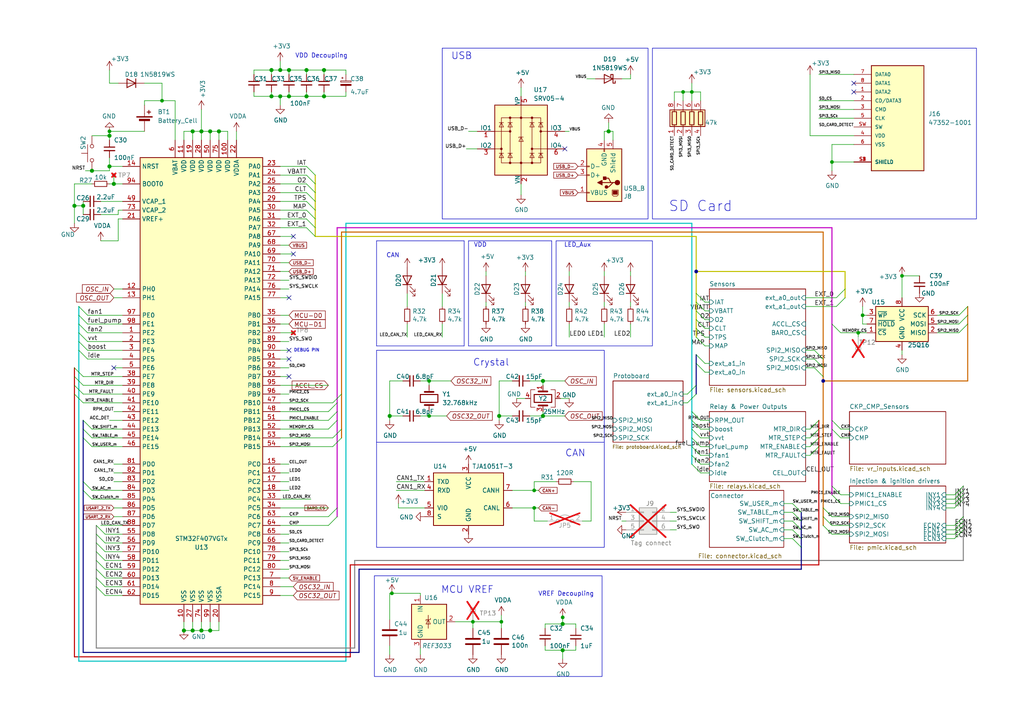
<source format=kicad_sch>
(kicad_sch (version 20231120) (generator "eeschema") (generator_version "8.0")
  (paper "A4")
  (title_block (title "μEFI (Speeduino FW compatible)") (date "2023-12-25") (rev "v6.1") (company "Churrosoft ®") (comment 1 "CERN-OHL-S-2.0 license"))
  (junction (at 58.42 182.88) (diameter 1.016))
  (junction (at 55.88 182.88) (diameter 1.016))
  (junction (at 33.02 53.34) (diameter 1.016))
  (junction (at 157.48 120.65) (diameter 1.016))
  (junction (at 145.415 180.34))
  (junction (at 154.94 142.24))
  (junction (at 26.67 49.53) (diameter 1.016))
  (junction (at 58.42 38.1) (diameter 1.016))
  (junction (at 81.28 27.94) (diameter 1.016))
  (junction (at 78.74 20.32) (diameter 1.016))
  (junction (at 113.665 172.085))
  (junction (at 163.195 188.595) (diameter 1.016))
  (junction (at 137.16 180.34))
  (junction (at 124.46 110.49))
  (junction (at 154.94 147.32))
  (junction (at 46.99 29.21))
  (junction (at 200.66 26.67))
  (junction (at 78.74 27.94) (diameter 1.016))
  (junction (at 21.59 59.69) (diameter 1.016))
  (junction (at 24.13 59.69) (diameter 1.016))
  (junction (at 163.195 179.07))
  (junction (at 83.82 20.32) (diameter 1.016))
  (junction (at 248.92 96.52))
  (junction (at 124.46 120.65))
  (junction (at 81.28 20.32) (diameter 1.016))
  (junction (at 201.93 78.74))
  (junction (at 198.12 26.67))
  (junction (at 53.34 182.88) (diameter 1.016))
  (junction (at 60.96 38.1) (diameter 1.016))
  (junction (at 176.53 38.1) (diameter 1.016))
  (junction (at 241.3 46.99))
  (junction (at 31.75 38.1))
  (junction (at 113.03 120.65) (diameter 1.016))
  (junction (at 157.48 110.49) (diameter 1.016))
  (junction (at 31.75 48.26) (diameter 1.016))
  (junction (at 93.98 20.32) (diameter 1.016))
  (junction (at 63.5 38.1) (diameter 1.016))
  (junction (at 93.98 27.94) (diameter 1.016))
  (junction (at 163.195 180.975) (diameter 1.016))
  (junction (at 238.76 110.49))
  (junction (at 55.88 38.1) (diameter 1.016))
  (junction (at 31.75 39.37) (diameter 1.016))
  (junction (at 83.82 27.94) (diameter 1.016))
  (junction (at 60.96 182.88) (diameter 1.016))
  (junction (at 261.62 80.01))
  (junction (at 88.9 20.32) (diameter 1.016))
  (junction (at 144.78 120.65) (diameter 1.016))
  (junction (at 88.9 27.94) (diameter 1.016))
  (junction (at 250.19 91.44))
  (no_connect (at 83.82 101.6))
  (no_connect (at 85.09 68.58))
  (no_connect (at 247.65 24.13))
  (no_connect (at 83.82 104.14))
  (no_connect (at 247.65 26.67))
  (no_connect (at 83.82 86.36))
  (no_connect (at 85.09 73.66))
  (no_connect (at 33.02 106.68))
  (no_connect (at 163.83 43.18))
  (no_connect (at 83.82 109.22))
  (bus_entry (at 276.86 147.32) (size 2.54 -2.54))
  (bus_entry (at 24.13 124.46) (size 2.54 2.54))
  (bus_entry (at 96.52 129.54) (size 2.54 -2.54))
  (bus_entry (at 229.87 156.21) (size 2.54 2.54))
  (bus_entry (at 27.94 152.4) (size 2.54 2.54))
  (bus_entry (at 199.39 116.84) (size 2.54 -2.54))
  (bus_entry (at 278.13 91.44) (size 2.54 -2.54))
  (bus_entry (at 241.3 143.51) (size 2.54 2.54))
  (bus_entry (at 88.9 55.88) (size 2.54 2.54))
  (bus_entry (at 200.66 134.62) (size 2.54 2.54))
  (bus_entry (at 27.94 154.94) (size 2.54 2.54))
  (bus_entry (at 27.94 165.1) (size 2.54 2.54))
  (bus_entry (at 276.86 152.4) (size 2.54 -2.54))
  (bus_entry (at 276.86 156.21) (size 2.54 -2.54))
  (bus_entry (at 241.3 121.92) (size 2.54 2.54))
  (bus_entry (at 200.66 127) (size 2.54 2.54))
  (bus_entry (at 201.93 90.17) (size 2.54 2.54))
  (bus_entry (at 200.66 124.46) (size 2.54 2.54))
  (bus_entry (at 27.94 167.64) (size 2.54 2.54))
  (bus_entry (at 238.76 152.4) (size 2.54 2.54))
  (bus_entry (at 276.86 146.05) (size 2.54 -2.54))
  (bus_entry (at 200.66 121.92) (size 2.54 2.54))
  (bus_entry (at 96.52 116.84) (size 2.54 -2.54))
  (bus_entry (at 88.9 63.5) (size 2.54 2.54))
  (bus_entry (at 201.93 105.41) (size 2.54 2.54))
  (bus_entry (at 201.93 87.63) (size 2.54 2.54))
  (bus_entry (at 242.57 88.9) (size 2.54 -2.54))
  (bus_entry (at 88.9 48.26) (size 2.54 2.54))
  (bus_entry (at 88.9 53.34) (size 2.54 2.54))
  (bus_entry (at 24.13 109.22) (size -2.54 -2.54))
  (bus_entry (at 201.93 102.87) (size 2.54 2.54))
  (bus_entry (at 88.9 66.04) (size 2.54 2.54))
  (bus_entry (at 95.25 152.4) (size 2.54 -2.54))
  (bus_entry (at 234.95 124.46) (size 2.54 -2.54))
  (bus_entry (at 27.94 157.48) (size 2.54 2.54))
  (bus_entry (at 229.87 153.67) (size 2.54 2.54))
  (bus_entry (at 238.76 106.68) (size -2.54 -2.54))
  (bus_entry (at 22.86 93.98) (size 2.54 2.54))
  (bus_entry (at 95.25 121.92) (size 2.54 -2.54))
  (bus_entry (at 200.66 119.38) (size 2.54 2.54))
  (bus_entry (at 27.94 160.02) (size 2.54 2.54))
  (bus_entry (at 241.3 124.46) (size 2.54 2.54))
  (bus_entry (at 278.13 93.98) (size 2.54 -2.54))
  (bus_entry (at 22.86 99.06) (size 2.54 2.54))
  (bus_entry (at 22.86 101.6) (size 2.54 2.54))
  (bus_entry (at 200.66 132.08) (size 2.54 2.54))
  (bus_entry (at 234.95 129.54) (size 2.54 -2.54))
  (bus_entry (at 27.94 170.18) (size 2.54 2.54))
  (bus_entry (at 238.76 104.14) (size -2.54 -2.54))
  (bus_entry (at 234.95 132.08) (size 2.54 -2.54))
  (bus_entry (at 229.87 148.59) (size 2.54 2.54))
  (bus_entry (at 276.86 153.67) (size 2.54 -2.54))
  (bus_entry (at 22.86 96.52) (size 2.54 2.54))
  (bus_entry (at 24.13 111.76) (size -2.54 -2.54))
  (bus_entry (at 24.13 114.3) (size -2.54 -2.54))
  (bus_entry (at 276.86 143.51) (size 2.54 -2.54))
  (bus_entry (at 95.25 119.38) (size 2.54 -2.54))
  (bus_entry (at 88.9 58.42) (size 2.54 2.54))
  (bus_entry (at 201.93 97.79) (size 2.54 2.54))
  (bus_entry (at 234.95 127) (size 2.54 -2.54))
  (bus_entry (at 24.13 139.7) (size 2.54 2.54))
  (bus_entry (at 201.93 85.09) (size 2.54 2.54))
  (bus_entry (at 229.87 151.13) (size 2.54 2.54))
  (bus_entry (at 238.76 149.86) (size 2.54 2.54))
  (bus_entry (at 24.13 142.24) (size 2.54 2.54))
  (bus_entry (at 200.66 129.54) (size 2.54 2.54))
  (bus_entry (at 24.13 121.92) (size 2.54 2.54))
  (bus_entry (at 199.39 114.3) (size 2.54 -2.54))
  (bus_entry (at 276.86 154.94) (size 2.54 -2.54))
  (bus_entry (at 242.57 86.36) (size 2.54 -2.54))
  (bus_entry (at 238.76 147.32) (size 2.54 2.54))
  (bus_entry (at 88.9 50.8) (size 2.54 2.54))
  (bus_entry (at 238.76 109.22) (size -2.54 -2.54))
  (bus_entry (at 241.3 93.98) (size 2.54 2.54))
  (bus_entry (at 96.52 127) (size 2.54 -2.54))
  (bus_entry (at 229.87 146.05) (size 2.54 2.54))
  (bus_entry (at 22.86 91.44) (size 2.54 2.54))
  (bus_entry (at 24.13 127) (size 2.54 2.54))
  (bus_entry (at 95.25 149.86) (size 2.54 -2.54))
  (bus_entry (at 22.86 88.9) (size 2.54 2.54))
  (bus_entry (at 276.86 144.78) (size 2.54 -2.54))
  (bus_entry (at 201.93 92.71) (size 2.54 2.54))
  (bus_entry (at 27.94 162.56) (size 2.54 2.54))
  (bus_entry (at 201.93 95.25) (size 2.54 2.54))
  (bus_entry (at 24.13 116.84) (size -2.54 -2.54))
  (bus_entry (at 278.13 96.52) (size 2.54 -2.54))
  (bus_entry (at 241.3 140.97) (size 2.54 2.54))
  (bus_entry (at 95.25 124.46) (size 2.54 -2.54))
  (bus_entry (at 88.9 60.96) (size 2.54 2.54))
  (bus (pts (xy 232.41 153.67) (xy 232.41 156.21)))
  (wire (pts (xy 118.11 93.98) (xy 118.11 97.79)))
  (wire (pts (xy 154.94 151.13) (xy 154.94 147.32)))
  (wire (pts (xy 163.83 38.1) (xy 165.1 38.1)))
  (wire (pts (xy 124.46 120.65) (xy 124.46 119.38)))
  (wire (pts (xy 251.46 96.52) (xy 248.92 96.52)))
  (wire (pts (xy 204.47 90.17) (xy 205.74 90.17)))
  (bus (pts (xy 200.66 124.46) (xy 200.66 127)) (stroke (width 0) (color 0 194 194 1)))
  (bus (pts (xy 101.6 190.5) (xy 21.59 190.5)) (stroke (width 0) (color 194 0 0 1)))
  (wire (pts (xy 81.28 137.16) (xy 83.82 137.16)))
  (bus (pts (xy 27.94 162.56) (xy 27.94 165.1)) (stroke (width 0) (color 132 132 132 1)))
  (wire (pts (xy 30.48 162.56) (xy 35.56 162.56)))
  (wire (pts (xy 26.67 142.24) (xy 35.56 142.24)))
  (wire (pts (xy 165.1 87.63) (xy 165.1 88.9)))
  (bus (pts (xy 21.59 106.68) (xy 21.59 109.22)) (stroke (width 0) (color 194 0 0 1)))
  (bus (pts (xy 24.13 189.23) (xy 104.14 189.23)))
  (wire (pts (xy 274.32 144.78) (xy 276.86 144.78)))
  (wire (pts (xy 33.02 53.34) (xy 35.56 53.34)))
  (wire (pts (xy 243.84 127) (xy 246.38 127)))
  (wire (pts (xy 33.02 106.68) (xy 35.56 106.68)))
  (wire (pts (xy 128.27 93.98) (xy 128.27 97.79)))
  (wire (pts (xy 182.88 22.86) (xy 180.34 22.86)))
  (polyline (pts (xy 109.22 69.85) (xy 134.62 69.85)) (stroke (width 0.152) (type solid)))
  (wire (pts (xy 233.68 124.46) (xy 234.95 124.46)))
  (wire (pts (xy 158.115 188.595) (xy 158.115 187.325)))
  (bus (pts (xy 201.93 68.58) (xy 201.93 78.74)) (stroke (width 0) (color 194 194 0 1)))
  (wire (pts (xy 21.59 64.77) (xy 21.59 59.69)))
  (wire (pts (xy 163.83 120.65) (xy 157.48 120.65)))
  (bus (pts (xy 24.13 124.46) (xy 24.13 127)))
  (wire (pts (xy 182.88 93.98) (xy 182.88 97.79)))
  (wire (pts (xy 250.19 91.44) (xy 251.46 91.44)))
  (wire (pts (xy 196.215 153.67) (xy 194.31 153.67)))
  (wire (pts (xy 182.88 21.59) (xy 182.88 22.86)))
  (wire (pts (xy 203.2 137.16) (xy 205.74 137.16)))
  (wire (pts (xy 237.49 29.21) (xy 247.65 29.21)))
  (bus (pts (xy 237.49 129.54) (xy 237.49 163.83)) (stroke (width 0) (color 194 0 0 1)))
  (wire (pts (xy 83.82 160.02) (xy 81.28 160.02)))
  (wire (pts (xy 227.33 146.05) (xy 229.87 146.05)))
  (wire (pts (xy 171.45 151.13) (xy 168.91 151.13)))
  (bus (pts (xy 91.44 50.8) (xy 91.44 53.34)) (stroke (width 0) (color 194 194 0 1)))
  (wire (pts (xy 81.28 55.88) (xy 88.9 55.88)))
  (wire (pts (xy 31.75 121.92) (xy 35.56 121.92)))
  (wire (pts (xy 163.195 180.975) (xy 167.005 180.975)))
  (wire (pts (xy 200.66 26.67) (xy 200.66 29.21)))
  (wire (pts (xy 34.29 69.85) (xy 34.29 63.5)))
  (polyline (pts (xy 135.89 100.33) (xy 160.02 100.33)) (stroke (width 0.152) (type solid)))
  (wire (pts (xy 83.82 157.48) (xy 81.28 157.48)))
  (wire (pts (xy 81.28 149.86) (xy 95.25 149.86)))
  (bus (pts (xy 238.76 104.14) (xy 238.76 106.68)) (stroke (width 0) (color 204 102 0 1)))
  (wire (pts (xy 115.57 147.32) (xy 123.19 147.32)))
  (bus (pts (xy 97.79 119.38) (xy 97.79 121.92)) (stroke (width 0) (color 194 0 194 1)))
  (wire (pts (xy 135.89 38.1) (xy 138.43 38.1)))
  (wire (pts (xy 241.3 152.4) (xy 246.38 152.4)))
  (bus (pts (xy 104.14 189.23) (xy 104.14 165.1)))
  (bus (pts (xy 24.13 127) (xy 24.13 139.7)))
  (wire (pts (xy 250.19 88.9) (xy 250.19 91.44)))
  (bus (pts (xy 21.59 114.3) (xy 21.59 190.5)) (stroke (width 0) (color 194 0 0 1)))
  (wire (pts (xy 66.04 38.1) (xy 63.5 38.1)))
  (bus (pts (xy 279.4 144.78) (xy 279.4 149.86)) (stroke (width 0) (color 132 132 132 1)))
  (wire (pts (xy 60.96 180.34) (xy 60.96 182.88)))
  (wire (pts (xy 227.33 148.59) (xy 229.87 148.59)))
  (bus (pts (xy 21.59 111.76) (xy 21.59 114.3)) (stroke (width 0) (color 194 0 0 1)))
  (wire (pts (xy 203.2 127) (xy 205.74 127)))
  (wire (pts (xy 26.67 124.46) (xy 35.56 124.46)))
  (wire (pts (xy 274.32 152.4) (xy 276.86 152.4)))
  (wire (pts (xy 55.88 180.34) (xy 55.88 182.88)))
  (wire (pts (xy 68.58 38.1) (xy 68.58 40.64)))
  (wire (pts (xy 148.59 110.49) (xy 144.78 110.49)))
  (wire (pts (xy 81.28 142.24) (xy 83.82 142.24)))
  (wire (pts (xy 152.4 87.63) (xy 152.4 88.9)))
  (wire (pts (xy 203.2 129.54) (xy 205.74 129.54)))
  (wire (pts (xy 165.1 78.74) (xy 165.1 80.01)))
  (bus (pts (xy 100.33 64.77) (xy 100.33 191.77)) (stroke (width 0) (color 0 194 194 1)))
  (wire (pts (xy 81.28 154.94) (xy 83.82 154.94)))
  (wire (pts (xy 237.49 31.75) (xy 247.65 31.75)))
  (bus (pts (xy 201.93 78.74) (xy 201.93 85.09)) (stroke (width 0) (color 194 194 0 1)))
  (wire (pts (xy 81.28 17.78) (xy 81.28 20.32)))
  (bus (pts (xy 99.06 114.3) (xy 99.06 124.46)) (stroke (width 0) (color 204 102 0 1)))
  (wire (pts (xy 81.28 60.96) (xy 88.9 60.96)))
  (bus (pts (xy 201.93 68.58) (xy 91.44 68.58)) (stroke (width 0) (color 194 194 0 1)))
  (wire (pts (xy 200.66 24.13) (xy 200.66 26.67)))
  (wire (pts (xy 88.9 21.59) (xy 88.9 20.32)))
  (wire (pts (xy 83.82 71.12) (xy 81.28 71.12)))
  (wire (pts (xy 81.28 139.7) (xy 83.82 139.7)))
  (wire (pts (xy 204.47 100.33) (xy 205.74 100.33)))
  (wire (pts (xy 175.26 87.63) (xy 175.26 88.9)))
  (wire (pts (xy 41.91 29.21) (xy 46.99 29.21)))
  (wire (pts (xy 81.28 50.8) (xy 88.9 50.8)))
  (wire (pts (xy 167.005 187.325) (xy 167.005 188.595)))
  (wire (pts (xy 274.32 154.94) (xy 276.86 154.94)))
  (wire (pts (xy 83.82 106.68) (xy 81.28 106.68)))
  (wire (pts (xy 198.12 26.67) (xy 198.12 29.21)))
  (wire (pts (xy 31.75 38.1) (xy 31.75 39.37)))
  (bus (pts (xy 232.41 156.21) (xy 232.41 158.75)))
  (wire (pts (xy 81.28 63.5) (xy 88.9 63.5)))
  (wire (pts (xy 227.33 156.21) (xy 229.87 156.21)))
  (wire (pts (xy 26.67 49.53) (xy 24.765 49.53)))
  (wire (pts (xy 29.21 58.42) (xy 35.56 58.42)))
  (wire (pts (xy 78.74 21.59) (xy 78.74 20.32)))
  (wire (pts (xy 166.37 139.7) (xy 171.45 139.7)))
  (wire (pts (xy 200.66 26.67) (xy 198.12 26.67)))
  (wire (pts (xy 25.4 99.06) (xy 35.56 99.06)))
  (bus (pts (xy 27.94 167.64) (xy 27.94 170.18)) (stroke (width 0) (color 132 132 132 1)))
  (wire (pts (xy 203.2 26.67) (xy 203.2 29.21)))
  (wire (pts (xy 241.3 149.86) (xy 246.38 149.86)))
  (wire (pts (xy 274.32 147.32) (xy 276.86 147.32)))
  (bus (pts (xy 24.13 139.7) (xy 24.13 142.24)))
  (bus (pts (xy 27.94 165.1) (xy 27.94 167.64)) (stroke (width 0) (color 132 132 132 1)))
  (bus (pts (xy 27.94 170.18) (xy 27.94 187.96)) (stroke (width 0) (color 132 132 132 1)))
  (bus (pts (xy 91.44 58.42) (xy 91.44 60.96)) (stroke (width 0) (color 194 194 0 1)))
  (wire (pts (xy 60.96 38.1) (xy 58.42 38.1)))
  (wire (pts (xy 81.28 30.48) (xy 81.28 27.94)))
  (polyline (pts (xy 109.22 69.85) (xy 109.22 100.33)) (stroke (width 0.152) (type solid)))
  (wire (pts (xy 115.57 146.05) (xy 115.57 147.32)))
  (wire (pts (xy 203.2 132.08) (xy 205.74 132.08)))
  (wire (pts (xy 180.34 151.13) (xy 181.61 151.13)))
  (wire (pts (xy 145.415 180.34) (xy 145.415 182.245)))
  (wire (pts (xy 203.2 124.46) (xy 205.74 124.46)))
  (wire (pts (xy 241.3 41.91) (xy 241.3 46.99)))
  (wire (pts (xy 78.74 27.94) (xy 81.28 27.94)))
  (polyline (pts (xy 135.89 69.85) (xy 160.02 69.85)) (stroke (width 0.152) (type solid)))
  (wire (pts (xy 46.99 24.13) (xy 46.99 29.21)))
  (wire (pts (xy 81.28 121.92) (xy 95.25 121.92)))
  (wire (pts (xy 140.97 87.63) (xy 140.97 88.9)))
  (wire (pts (xy 237.49 34.29) (xy 247.65 34.29)))
  (wire (pts (xy 175.26 78.74) (xy 175.26 80.01)))
  (wire (pts (xy 234.95 39.37) (xy 247.65 39.37)))
  (bus (pts (xy 279.4 153.67) (xy 279.4 162.56)) (stroke (width 0) (color 132 132 132 1)))
  (bus (pts (xy 99.06 124.46) (xy 99.06 127)) (stroke (width 0) (color 204 102 0 1)))
  (wire (pts (xy 124.46 110.49) (xy 124.46 111.76)))
  (wire (pts (xy 182.88 87.63) (xy 182.88 88.9)))
  (wire (pts (xy 25.4 104.14) (xy 35.56 104.14)))
  (bus (pts (xy 201.93 90.17) (xy 201.93 92.71)) (stroke (width 0) (color 194 194 0 1)))
  (bus (pts (xy 201.93 78.74) (xy 245.11 78.74)) (stroke (width 0) (color 194 194 0 1)))
  (wire (pts (xy 204.47 105.41) (xy 205.74 105.41)))
  (wire (pts (xy 81.28 124.46) (xy 95.25 124.46)))
  (wire (pts (xy 81.28 27.94) (xy 83.82 27.94)))
  (bus (pts (xy 201.93 85.09) (xy 201.93 87.63)) (stroke (width 0) (color 194 194 0 1)))
  (bus (pts (xy 245.11 78.74) (xy 245.11 83.82)) (stroke (width 0) (color 194 194 0 1)))
  (wire (pts (xy 248.92 97.79) (xy 248.92 96.52)))
  (wire (pts (xy 163.195 179.07) (xy 163.195 180.975)))
  (wire (pts (xy 170.18 22.86) (xy 172.72 22.86)))
  (wire (pts (xy 88.9 20.32) (xy 93.98 20.32)))
  (wire (pts (xy 33.02 50.8) (xy 33.02 53.34)))
  (wire (pts (xy 81.28 83.82) (xy 83.82 83.82)))
  (wire (pts (xy 29.21 69.85) (xy 34.29 69.85)))
  (wire (pts (xy 163.195 191.135) (xy 163.195 188.595)))
  (polyline (pts (xy 160.02 100.33) (xy 160.02 69.85)) (stroke (width 0.152) (type solid)))
  (wire (pts (xy 137.16 180.34) (xy 137.16 182.245)))
  (wire (pts (xy 241.3 49.53) (xy 241.3 46.99)))
  (bus (pts (xy 241.3 140.97) (xy 241.3 143.51)) (stroke (width 0) (color 194 0 194 1)))
  (wire (pts (xy 158.115 182.245) (xy 158.115 180.975)))
  (wire (pts (xy 175.26 93.98) (xy 175.26 97.79)))
  (wire (pts (xy 41.91 38.1) (xy 31.75 38.1)))
  (wire (pts (xy 81.28 53.34) (xy 88.9 53.34)))
  (wire (pts (xy 250.19 93.98) (xy 250.19 91.44)))
  (bus (pts (xy 280.67 91.44) (xy 280.67 93.98)) (stroke (width 0) (color 204 102 0 1)))
  (wire (pts (xy 35.56 144.78) (xy 26.67 144.78)))
  (wire (pts (xy 81.28 93.98) (xy 83.82 93.98)))
  (bus (pts (xy 27.94 157.48) (xy 27.94 160.02)) (stroke (width 0) (color 132 132 132 1)))
  (wire (pts (xy 21.59 53.34) (xy 21.59 59.69)))
  (wire (pts (xy 121.92 172.72) (xy 121.92 172.085)))
  (wire (pts (xy 60.96 182.88) (xy 58.42 182.88)))
  (wire (pts (xy 204.47 95.25) (xy 205.74 95.25)))
  (wire (pts (xy 25.4 96.52) (xy 35.56 96.52)))
  (bus (pts (xy 99.06 67.31) (xy 99.06 114.3)) (stroke (width 0) (color 204 102 0 1)))
  (wire (pts (xy 34.29 63.5) (xy 35.56 63.5)))
  (wire (pts (xy 60.96 38.1) (xy 60.96 40.64)))
  (bus (pts (xy 201.93 102.87) (xy 201.93 105.41)))
  (wire (pts (xy 233.68 106.68) (xy 236.22 106.68)))
  (wire (pts (xy 35.56 48.26) (xy 31.75 48.26)))
  (wire (pts (xy 261.62 86.36) (xy 261.62 80.01)))
  (bus (pts (xy 22.86 93.98) (xy 22.86 96.52)) (stroke (width 0) (color 0 194 194 1)))
  (wire (pts (xy 81.28 129.54) (xy 96.52 129.54)))
  (wire (pts (xy 233.68 104.14) (xy 236.22 104.14)))
  (bus (pts (xy 238.76 67.31) (xy 238.76 104.14)) (stroke (width 0) (color 204 102 0 1)))
  (bus (pts (xy 279.4 142.24) (xy 279.4 143.51)) (stroke (width 0) (color 132 132 132 1)))
  (wire (pts (xy 30.48 170.18) (xy 35.56 170.18)))
  (bus (pts (xy 24.13 121.92) (xy 24.13 124.46)))
  (wire (pts (xy 198.12 116.84) (xy 199.39 116.84)))
  (wire (pts (xy 161.29 139.7) (xy 154.94 139.7)))
  (wire (pts (xy 66.04 40.64) (xy 66.04 38.1)))
  (bus (pts (xy 22.86 88.9) (xy 22.86 91.44)) (stroke (width 0) (color 0 194 194 1)))
  (wire (pts (xy 157.48 120.65) (xy 157.48 119.38)))
  (bus (pts (xy 241.3 66.04) (xy 97.79 66.04)) (stroke (width 0) (color 194 0 194 1)))
  (bus (pts (xy 200.66 127) (xy 200.66 129.54)) (stroke (width 0) (color 0 194 194 1)))
  (wire (pts (xy 165.1 93.98) (xy 165.1 97.79)))
  (wire (pts (xy 83.82 76.2) (xy 81.28 76.2)))
  (wire (pts (xy 163.195 188.595) (xy 158.115 188.595)))
  (wire (pts (xy 33.02 137.16) (xy 35.56 137.16)))
  (wire (pts (xy 123.19 142.24) (xy 114.935 142.24)))
  (wire (pts (xy 113.03 172.085) (xy 113.03 179.705)))
  (bus (pts (xy 101.6 163.83) (xy 101.6 190.5)) (stroke (width 0) (color 194 0 0 1)))
  (wire (pts (xy 100.33 20.32) (xy 93.98 20.32)))
  (wire (pts (xy 204.47 107.95) (xy 205.74 107.95)))
  (bus (pts (xy 279.4 143.51) (xy 279.4 144.78)) (stroke (width 0) (color 132 132 132 1)))
  (wire (pts (xy 24.13 59.69) (xy 24.13 62.23)))
  (wire (pts (xy 58.42 38.1) (xy 55.88 38.1)))
  (bus (pts (xy 200.66 121.92) (xy 200.66 124.46)) (stroke (width 0) (color 0 194 194 1)))
  (wire (pts (xy 171.45 139.7) (xy 171.45 151.13)))
  (wire (pts (xy 116.84 110.49) (xy 113.03 110.49)))
  (wire (pts (xy 100.33 21.59) (xy 100.33 20.32)))
  (wire (pts (xy 237.49 21.59) (xy 247.65 21.59)))
  (bus (pts (xy 100.33 191.77) (xy 22.86 191.77)) (stroke (width 0) (color 0 194 194 1)))
  (wire (pts (xy 83.82 104.14) (xy 81.28 104.14)))
  (wire (pts (xy 55.88 182.88) (xy 53.34 182.88)))
  (wire (pts (xy 233.68 86.36) (xy 242.57 86.36)))
  (wire (pts (xy 58.42 38.1) (xy 58.42 40.64)))
  (bus (pts (xy 22.86 96.52) (xy 22.86 99.06)) (stroke (width 0) (color 0 194 194 1)))
  (wire (pts (xy 81.28 99.06) (xy 83.82 99.06)))
  (wire (pts (xy 31.75 48.26) (xy 31.75 45.72)))
  (wire (pts (xy 274.32 146.05) (xy 276.86 146.05)))
  (wire (pts (xy 81.28 119.38) (xy 95.25 119.38)))
  (bus (pts (xy 27.94 152.4) (xy 27.94 154.94)) (stroke (width 0) (color 132 132 132 1)))
  (wire (pts (xy 26.67 129.54) (xy 35.56 129.54)))
  (wire (pts (xy 93.98 26.67) (xy 93.98 27.94)))
  (wire (pts (xy 233.68 88.9) (xy 242.57 88.9)))
  (bus (pts (xy 97.79 121.92) (xy 97.79 147.32)) (stroke (width 0) (color 194 0 194 1)))
  (wire (pts (xy 30.48 167.64) (xy 35.56 167.64)))
  (wire (pts (xy 24.13 114.3) (xy 35.56 114.3)))
  (wire (pts (xy 46.99 29.21) (xy 50.8 29.21)))
  (wire (pts (xy 233.68 132.08) (xy 234.95 132.08)))
  (bus (pts (xy 22.86 91.44) (xy 22.86 93.98)) (stroke (width 0) (color 0 194 194 1)))
  (wire (pts (xy 113.665 172.085) (xy 113.03 172.085)))
  (wire (pts (xy 31.75 49.53) (xy 31.75 48.26)))
  (wire (pts (xy 121.92 189.865) (xy 121.92 187.96)))
  (wire (pts (xy 81.28 167.64) (xy 83.82 167.64)))
  (wire (pts (xy 204.47 97.79) (xy 205.74 97.79)))
  (wire (pts (xy 140.97 78.74) (xy 140.97 80.01)))
  (wire (pts (xy 154.94 147.32) (xy 156.21 147.32)))
  (wire (pts (xy 196.215 148.59) (xy 194.31 148.59)))
  (wire (pts (xy 83.82 27.94) (xy 88.9 27.94)))
  (wire (pts (xy 30.48 165.1) (xy 35.56 165.1)))
  (wire (pts (xy 81.28 165.1) (xy 83.82 165.1)))
  (bus (pts (xy 238.76 67.31) (xy 99.06 67.31)) (stroke (width 0) (color 204 102 0 1)))
  (wire (pts (xy 113.03 121.92) (xy 113.03 120.65)))
  (bus (pts (xy 102.87 162.56) (xy 279.4 162.56)) (stroke (width 0) (color 132 132 132 1)))
  (bus (pts (xy 27.94 154.94) (xy 27.94 157.48)) (stroke (width 0) (color 132 132 132 1)))
  (wire (pts (xy 55.88 38.1) (xy 53.34 38.1)))
  (wire (pts (xy 81.28 162.56) (xy 83.82 162.56)))
  (wire (pts (xy 154.94 142.24) (xy 156.21 142.24)))
  (wire (pts (xy 73.66 20.32) (xy 78.74 20.32)))
  (wire (pts (xy 78.74 27.94) (xy 73.66 27.94)))
  (wire (pts (xy 158.115 180.975) (xy 163.195 180.975)))
  (wire (pts (xy 233.68 127) (xy 234.95 127)))
  (wire (pts (xy 241.3 46.99) (xy 247.65 46.99)))
  (wire (pts (xy 175.26 38.1) (xy 176.53 38.1)))
  (wire (pts (xy 243.84 146.05) (xy 246.38 146.05)))
  (wire (pts (xy 274.32 156.21) (xy 276.86 156.21)))
  (bus (pts (xy 91.44 53.34) (xy 91.44 55.88)) (stroke (width 0) (color 194 194 0 1)))
  (wire (pts (xy 152.4 78.74) (xy 152.4 80.01)))
  (wire (pts (xy 113.03 187.325) (xy 113.03 189.865)))
  (wire (pts (xy 261.62 80.01) (xy 266.7 80.01)))
  (wire (pts (xy 30.48 172.72) (xy 35.56 172.72)))
  (wire (pts (xy 53.34 182.88) (xy 53.34 180.34)))
  (wire (pts (xy 261.62 101.6) (xy 261.62 102.87)))
  (wire (pts (xy 154.94 139.7) (xy 154.94 142.24)))
  (wire (pts (xy 227.33 151.13) (xy 229.87 151.13)))
  (wire (pts (xy 177.8 38.1) (xy 176.53 38.1)))
  (wire (pts (xy 81.28 73.66) (xy 85.09 73.66)))
  (wire (pts (xy 100.33 26.67) (xy 100.33 27.94)))
  (bus (pts (xy 241.3 66.04) (xy 241.3 93.98)) (stroke (width 0) (color 194 0 194 1)))
  (wire (pts (xy 73.66 20.32) (xy 73.66 21.59)))
  (wire (pts (xy 271.78 96.52) (xy 278.13 96.52)))
  (wire (pts (xy 163.195 178.435) (xy 163.195 179.07)))
  (wire (pts (xy 271.78 93.98) (xy 278.13 93.98)))
  (wire (pts (xy 195.58 26.67) (xy 195.58 29.21)))
  (wire (pts (xy 198.12 114.3) (xy 199.39 114.3)))
  (wire (pts (xy 55.88 38.1) (xy 55.88 40.64)))
  (wire (pts (xy 31.75 39.37) (xy 26.67 39.37)))
  (bus (pts (xy 232.41 148.59) (xy 232.41 151.13)))
  (wire (pts (xy 29.21 152.4) (xy 35.56 152.4)))
  (wire (pts (xy 148.59 142.24) (xy 154.94 142.24)))
  (wire (pts (xy 135.255 43.18) (xy 138.43 43.18)))
  (bus (pts (xy 200.66 119.38) (xy 200.66 121.92)) (stroke (width 0) (color 0 194 194 1)))
  (wire (pts (xy 81.28 147.32) (xy 95.25 147.32)))
  (wire (pts (xy 233.68 101.6) (xy 236.22 101.6)))
  (bus (pts (xy 238.76 110.49) (xy 280.67 110.49)) (stroke (width 0) (color 204 102 0 1)))
  (wire (pts (xy 53.34 38.1) (xy 53.34 40.64)))
  (bus (pts (xy 102.87 187.96) (xy 27.94 187.96)) (stroke (width 0) (color 132 132 132 1)))
  (wire (pts (xy 167.005 180.975) (xy 167.005 182.245)))
  (wire (pts (xy 88.9 26.67) (xy 88.9 27.94)))
  (wire (pts (xy 63.5 38.1) (xy 60.96 38.1)))
  (wire (pts (xy 151.13 25.4) (xy 151.13 27.94)))
  (bus (pts (xy 91.44 60.96) (xy 91.44 63.5)) (stroke (width 0) (color 194 194 0 1)))
  (wire (pts (xy 176.53 38.1) (xy 176.53 35.56)))
  (wire (pts (xy 243.84 143.51) (xy 246.38 143.51)))
  (bus (pts (xy 237.49 163.83) (xy 101.6 163.83)) (stroke (width 0) (color 194 0 0 1)))
  (wire (pts (xy 163.83 110.49) (xy 157.48 110.49)))
  (wire (pts (xy 33.02 83.82) (xy 35.56 83.82)))
  (wire (pts (xy 233.68 129.54) (xy 234.95 129.54)))
  (wire (pts (xy 83.82 26.67) (xy 83.82 27.94)))
  (wire (pts (xy 34.29 62.23) (xy 34.29 60.96)))
  (wire (pts (xy 204.47 87.63) (xy 205.74 87.63)))
  (bus (pts (xy 201.93 111.76) (xy 201.93 114.3)))
  (wire (pts (xy 35.56 86.36) (xy 33.02 86.36)))
  (bus (pts (xy 91.44 66.04) (xy 91.44 68.58)) (stroke (width 0) (color 194 194 0 1)))
  (bus (pts (xy 22.86 101.6) (xy 22.86 191.77)) (stroke (width 0) (color 0 194 194 1)))
  (bus (pts (xy 279.4 151.13) (xy 279.4 152.4)) (stroke (width 0) (color 132 132 132 1)))
  (wire (pts (xy 58.42 31.75) (xy 58.42 38.1)))
  (wire (pts (xy 21.59 59.69) (xy 24.13 59.69)))
  (wire (pts (xy 35.56 134.62) (xy 33.02 134.62)))
  (bus (pts (xy 238.76 110.49) (xy 238.76 147.32)) (stroke (width 0) (color 204 102 0 1)))
  (wire (pts (xy 151.13 53.34) (xy 151.13 56.515)))
  (wire (pts (xy 30.48 160.02) (xy 35.56 160.02)))
  (bus (pts (xy 238.76 106.68) (xy 238.76 109.22)) (stroke (width 0) (color 204 102 0 1)))
  (wire (pts (xy 157.48 110.49) (xy 157.48 111.76)))
  (wire (pts (xy 58.42 180.34) (xy 58.42 182.88)))
  (wire (pts (xy 35.56 149.86) (xy 33.02 149.86)))
  (wire (pts (xy 81.28 58.42) (xy 88.9 58.42)))
  (bus (pts (xy 200.66 132.08) (xy 200.66 134.62)) (stroke (width 0) (color 0 194 194 1)))
  (wire (pts (xy 73.66 26.67) (xy 73.66 27.94)))
  (bus (pts (xy 91.44 63.5) (xy 91.44 66.04)) (stroke (width 0) (color 194 194 0 1)))
  (wire (pts (xy 175.26 40.64) (xy 175.26 38.1)))
  (wire (pts (xy 114.935 139.7) (xy 123.19 139.7)))
  (wire (pts (xy 93.98 27.94) (xy 88.9 27.94)))
  (polyline (pts (xy 134.62 69.85) (xy 134.62 100.33)) (stroke (width 0.152) (type solid)))
  (wire (pts (xy 81.28 170.18) (xy 85.09 170.18)))
  (bus (pts (xy 97.79 147.32) (xy 97.79 149.86)) (stroke (width 0) (color 194 0 194 1)))
  (wire (pts (xy 26.67 127) (xy 35.56 127)))
  (wire (pts (xy 50.8 29.21) (xy 50.8 40.64)))
  (wire (pts (xy 204.47 92.71) (xy 205.74 92.71)))
  (wire (pts (xy 165.1 115.57) (xy 162.56 115.57)))
  (wire (pts (xy 128.27 85.09) (xy 128.27 88.9)))
  (wire (pts (xy 121.92 120.65) (xy 124.46 120.65)))
  (bus (pts (xy 237.49 127) (xy 237.49 129.54)) (stroke (width 0) (color 194 0 0 1)))
  (wire (pts (xy 81.28 116.84) (xy 96.52 116.84)))
  (bus (pts (xy 200.66 129.54) (xy 200.66 132.08)) (stroke (width 0) (color 0 194 194 1)))
  (wire (pts (xy 24.13 59.69) (xy 24.13 58.42)))
  (bus (pts (xy 241.3 121.92) (xy 241.3 124.46)) (stroke (width 0) (color 194 0 194 1)))
  (wire (pts (xy 137.16 180.34) (xy 145.415 180.34)))
  (bus (pts (xy 97.79 66.04) (xy 97.79 116.84)) (stroke (width 0) (color 194 0 194 1)))
  (wire (pts (xy 95.25 111.76) (xy 81.28 111.76)))
  (bus (pts (xy 232.41 158.75) (xy 232.41 165.1)))
  (wire (pts (xy 63.5 182.88) (xy 63.5 180.34)))
  (wire (pts (xy 41.91 24.13) (xy 46.99 24.13)))
  (bus (pts (xy 241.3 124.46) (xy 241.3 140.97)) (stroke (width 0) (color 194 0 194 1)))
  (bus (pts (xy 201.93 95.25) (xy 201.93 97.79)) (stroke (width 0) (color 194 194 0 1)))
  (wire (pts (xy 200.66 26.67) (xy 203.2 26.67)))
  (bus (pts (xy 27.94 160.02) (xy 27.94 162.56)) (stroke (width 0) (color 132 132 132 1)))
  (bus (pts (xy 97.79 116.84) (xy 97.79 119.38)) (stroke (width 0) (color 194 0 194 1)))
  (wire (pts (xy 30.48 157.48) (xy 35.56 157.48)))
  (wire (pts (xy 35.56 139.7) (xy 33.02 139.7)))
  (wire (pts (xy 153.67 110.49) (xy 157.48 110.49)))
  (wire (pts (xy 31.75 24.13) (xy 34.29 24.13)))
  (wire (pts (xy 29.21 62.23) (xy 34.29 62.23)))
  (wire (pts (xy 203.2 121.92) (xy 205.74 121.92)))
  (wire (pts (xy 33.02 147.32) (xy 35.56 147.32)))
  (wire (pts (xy 196.215 151.13) (xy 194.31 151.13)))
  (wire (pts (xy 167.005 188.595) (xy 163.195 188.595)))
  (wire (pts (xy 78.74 20.32) (xy 81.28 20.32)))
  (wire (pts (xy 81.28 66.04) (xy 88.9 66.04)))
  (wire (pts (xy 243.84 96.52) (xy 248.92 96.52)))
  (bus (pts (xy 200.66 64.77) (xy 100.33 64.77)) (stroke (width 0) (color 0 194 194 1)))
  (wire (pts (xy 129.54 120.65) (xy 124.46 120.65)))
  (wire (pts (xy 85.09 96.52) (xy 81.28 96.52)))
  (wire (pts (xy 83.82 20.32) (xy 88.9 20.32)))
  (wire (pts (xy 31.75 20.32) (xy 31.75 24.13)))
  (bus (pts (xy 280.67 93.98) (xy 280.67 110.49)) (stroke (width 0) (color 204 102 0 1)))
  (wire (pts (xy 25.4 91.44) (xy 35.56 91.44)))
  (wire (pts (xy 145.415 178.435) (xy 145.415 180.34)))
  (wire (pts (xy 81.28 109.22) (xy 83.82 109.22)))
  (bus (pts (xy 201.93 87.63) (xy 201.93 90.17)) (stroke (width 0) (color 194 194 0 1)))
  (bus (pts (xy 102.87 162.56) (xy 102.87 187.96)) (stroke (width 0) (color 132 132 132 1)))
  (bus (pts (xy 279.4 149.86) (xy 279.4 151.13)) (stroke (width 0) (color 132 132 132 1)))
  (wire (pts (xy 35.56 116.84) (xy 24.13 116.84)))
  (wire (pts (xy 148.59 147.32) (xy 154.94 147.32)))
  (wire (pts (xy 81.28 86.36) (xy 83.82 86.36)))
  (bus (pts (xy 104.14 165.1) (xy 232.41 165.1)))
  (wire (pts (xy 81.28 134.62) (xy 83.82 134.62)))
  (wire (pts (xy 81.28 114.3) (xy 83.82 114.3)))
  (wire (pts (xy 274.32 153.67) (xy 276.86 153.67)))
  (wire (pts (xy 60.96 182.88) (xy 63.5 182.88)))
  (wire (pts (xy 121.92 172.085) (xy 113.665 172.085)))
  (bus (pts (xy 201.93 105.41) (xy 201.93 111.76)))
  (wire (pts (xy 35.56 101.6) (xy 25.4 101.6)))
  (wire (pts (xy 83.82 81.28) (xy 81.28 81.28)))
  (wire (pts (xy 243.84 124.46) (xy 246.38 124.46)))
  (wire (pts (xy 118.11 85.09) (xy 118.11 88.9)))
  (wire (pts (xy 31.75 53.34) (xy 33.02 53.34)))
  (wire (pts (xy 251.46 93.98) (xy 250.19 93.98)))
  (bus (pts (xy 238.76 109.22) (xy 238.76 110.49)) (stroke (width 0) (color 204 102 0 1)))
  (bus (pts (xy 237.49 121.92) (xy 237.49 124.46)) (stroke (width 0) (color 194 0 0 1)))
  (wire (pts (xy 81.28 152.4) (xy 95.25 152.4)))
  (bus (pts (xy 201.93 92.71) (xy 201.93 95.25)) (stroke (width 0) (color 194 194 0 1)))
  (wire (pts (xy 121.92 110.49) (xy 124.46 110.49)))
  (wire (pts (xy 195.58 26.67) (xy 198.12 26.67)))
  (bus (pts (xy 232.41 151.13) (xy 232.41 153.67)))
  (wire (pts (xy 149.86 115.57) (xy 152.4 115.57)))
  (wire (pts (xy 177.8 40.64) (xy 177.8 38.1)))
  (wire (pts (xy 41.91 29.21) (xy 41.91 30.48)))
  (wire (pts (xy 81.28 101.6) (xy 83.82 101.6)))
  (wire (pts (xy 144.78 110.49) (xy 144.78 120.65)))
  (wire (pts (xy 93.98 20.32) (xy 93.98 21.59)))
  (wire (pts (xy 78.74 26.67) (xy 78.74 27.94)))
  (wire (pts (xy 26.67 49.53) (xy 31.75 49.53)))
  (wire (pts (xy 81.28 68.58) (xy 85.09 68.58)))
  (wire (pts (xy 234.95 21.59) (xy 234.95 39.37)))
  (polyline (pts (xy 135.89 69.85) (xy 135.89 100.33)) (stroke (width 0.152) (type solid)))
  (wire (pts (xy 241.3 154.94) (xy 246.38 154.94)))
  (wire (pts (xy 130.81 110.49) (xy 124.46 110.49)))
  (wire (pts (xy 63.5 38.1) (xy 63.5 40.64)))
  (wire (pts (xy 113.03 120.65) (xy 116.84 120.65)))
  (wire (pts (xy 81.28 78.74) (xy 83.82 78.74)))
  (wire (pts (xy 113.03 110.49) (xy 113.03 120.65)))
  (wire (pts (xy 274.32 143.51) (xy 276.86 143.51)))
  (polyline (pts (xy 134.62 100.33) (xy 109.22 100.33)) (stroke (width 0.152) (type solid)))
  (wire (pts (xy 90.17 144.78) (xy 81.28 144.78)))
  (wire (pts (xy 31.75 40.64) (xy 31.75 39.37)))
  (bus (pts (xy 238.76 152.4) (xy 238.76 149.86)) (stroke (width 0) (color 204 102 0 1)))
  (wire (pts (xy 24.13 109.22) (xy 35.56 109.22)))
  (wire (pts (xy 158.75 151.13) (xy 154.94 151.13)))
  (bus (pts (xy 24.13 142.24) (xy 24.13 189.23)))
  (wire (pts (xy 100.33 27.94) (xy 93.98 27.94)))
  (wire (pts (xy 81.28 172.72) (xy 85.09 172.72)))
  (wire (pts (xy 271.78 91.44) (xy 278.13 91.44)))
  (wire (pts (xy 96.52 127) (xy 81.28 127)))
  (wire (pts (xy 26.67 53.34) (xy 21.59 53.34)))
  (bus (pts (xy 21.59 109.22) (xy 21.59 111.76)) (stroke (width 0) (color 194 0 0 1)))
  (bus (pts (xy 280.67 88.9) (xy 280.67 91.44)) (stroke (width 0) (color 204 102 0 1)))
  (wire (pts (xy 144.78 120.65) (xy 148.59 120.65)))
  (wire (pts (xy 81.28 20.32) (xy 83.82 20.32)))
  (wire (pts (xy 132.08 180.34) (xy 137.16 180.34)))
  (wire (pts (xy 24.13 111.76) (xy 35.56 111.76)))
  (bus (pts (xy 237.49 124.46) (xy 237.49 127)) (stroke (width 0) (color 194 0 0 1)))
  (wire (pts (xy 227.33 153.67) (xy 229.87 153.67)))
  (wire (pts (xy 34.29 60.96) (xy 35.56 60.96)))
  (wire (pts (xy 81.28 91.44) (xy 83.82 91.44)))
  (bus (pts (xy 279.4 140.97) (xy 279.4 142.24)) (stroke (width 0) (color 132 132 132 1)))
  (wire (pts (xy 153.67 120.65) (xy 157.48 120.65)))
  (wire (pts (xy 81.28 48.26) (xy 88.9 48.26)))
  (wire (pts (xy 247.65 41.91) (xy 241.3 41.91)))
  (wire (pts (xy 30.48 154.94) (xy 35.56 154.94)))
  (bus (pts (xy 22.86 99.06) (xy 22.86 101.6)) (stroke (width 0) (color 0 194 194 1)))
  (bus (pts (xy 279.4 152.4) (xy 279.4 153.67)) (stroke (width 0) (color 132 132 132 1)))
  (bus (pts (xy 91.44 55.88) (xy 91.44 58.42)) (stroke (width 0) (color 194 194 0 1)))
  (wire (pts (xy 182.88 78.74) (xy 182.88 80.01)))
  (bus (pts (xy 241.3 93.98) (xy 241.3 121.92)) (stroke (width 0) (color 194 0 194 1)))
  (bus (pts (xy 238.76 147.32) (xy 238.76 149.86)) (stroke (width 0) (color 204 102 0 1)))
  (bus (pts (xy 245.11 83.82) (xy 245.11 86.36)) (stroke (width 0) (color 194 194 0 1)))
  (wire (pts (xy 35.56 93.98) (xy 25.4 93.98)))
  (wire (pts (xy 58.42 182.88) (xy 55.88 182.88)))
  (wire (pts (xy 203.2 134.62) (xy 205.74 134.62)))
  (wire (pts (xy 144.78 121.92) (xy 144.78 120.65)))
  (wire (pts (xy 33.02 119.38) (xy 35.56 119.38)))
  (wire (pts (xy 83.82 21.59) (xy 83.82 20.32)))
  (bus (pts (xy 200.66 64.77) (xy 200.66 119.38)) (stroke (width 0) (color 0 194 194 1)))
  (rectangle (start 109.22 101.6) (end 175.26 128.27))
  (rectangle (start 161.29 69.85) (end 189.23 100.33))
  (rectangle (start 189.23 13.97) (end 283.21 63.5))
  (rectangle (start 109.22 128.27) (end 175.26 158.75))
  (rectangle (start 108.585 167.005) (end 174.625 196.215))
  (rectangle (start 128.27 13.97) (end 187.96 63.5))
  (text "Crystal" (at 137.16 106.426 0) (effects (font (size 2 2)) (justify left bottom)))
  (text "VDD Decoupling" (at 85.598 17.018 0) (effects (font (size 1.27 1.27)) (justify left bottom)))
  (text "MCU VREF" (at 127.889 172.339 0) (effects (font (size 2 2)) (justify left bottom)))
  (text "VDD" (at 141.224 71.882 0) (effects (font (size 1.27 1.27)) (justify right bottom)))
  (text "LED_Aux" (at 171.45 71.882 0) (effects (font (size 1.27 1.27)) (justify right bottom)))
  (text "SD Card" (at 203.2 59.944 0) (effects (font (size 3 3))))
  (text "USB" (at 130.81 17.526 0) (effects (font (size 2 2)) (justify left bottom)))
  (text "CAN" (at 166.878 131.572 0) (effects (font (size 2 2))))
  (text "DEBUG PIN" (at 92.71 102.235 0) (effects (font (size 0.889 0.889)) (justify right bottom)))
  (text "VREF Decoupling" (at 156.083 173.101 0) (effects (font (size 1.27 1.27)) (justify left bottom)))
  (text "CAN" (at 112.014 74.93 0) (effects (font (size 1.27 1.27)) (justify left bottom)))
  (label "SPI2_SCK" (at 233.68 104.14 0) (effects (font (size 0.7874 0.7874))))
  (label "MTR_STEP" (at 33.02 109.22 180) (effects (font (size 0.889 0.889))))
  (label "EXT_1" (at 236.22 88.9 0))
  (label "ECN4" (at 30.48 172.72 0))
  (label "MTR_DIR" (at 234.95 124.46 0) (effects (font (size 0.889 0.889))))
  (label "INY4" (at 30.48 162.56 0))
  (label "SYS_SWDIO" (at 196.215 148.59 0) (effects (font (size 0.9906 0.9906))))
  (label "SPI3_MOSI" (at 198.12 39.37 270) (effects (font (size 0.7874 0.7874))))
  (label "vvt" (at 205.74 127 180))
  (label "ECN4" (at 276.86 156.21 0))
  (label "fuel_pump" (at 25.4 93.98 0))
  (label "SPI2_SCK" (at 83.82 116.84 0) (effects (font (size 0.7874 0.7874))))
  (label "MTR_FAULT" (at 33.02 114.3 180) (effects (font (size 0.889 0.889))))
  (label "fuel_pump" (at 205.74 129.54 180))
  (label "SD_CMD" (at 83.82 106.68 0) (effects (font (size 0.7874 0.7874))))
  (label "LED1" (at 83.82 139.7 0) (effects (font (size 0.889 0.889))))
  (label "SYS_SWCLK" (at 196.215 151.13 0) (effects (font (size 0.9906 0.9906))))
  (label "SD_CS" (at 237.49 29.21 0) (effects (font (size 0.7874 0.7874))))
  (label "SW_SHIFT_m" (at 229.87 151.13 0) (effects (font (size 0.8 0.8))))
  (label "IAT" (at 205.74 87.63 180))
  (label "ECN1" (at 30.48 165.1 0))
  (label "LED2" (at 83.82 142.24 0) (effects (font (size 0.889 0.889))))
  (label "ECN3" (at 276.86 154.94 0))
  (label "CMP" (at 83.82 152.4 0) (effects (font (size 0.889 0.889))))
  (label "INY1" (at 276.86 143.51 0))
  (label "CEL_OUT" (at 233.68 137.16 0))
  (label "SW_Clutch_m" (at 229.87 156.21 0) (effects (font (size 0.8 0.8))))
  (label "SW_TABLE_m" (at 229.87 148.59 0) (effects (font (size 0.8 0.8))))
  (label "SPI3_MOSI" (at 83.82 165.1 0) (effects (font (size 0.7874 0.7874))))
  (label "SPI3_MOSI" (at 237.49 31.75 0) (effects (font (size 0.7874 0.7874))))
  (label "SPI3_SCk" (at 83.82 160.02 0) (effects (font (size 0.7874 0.7874))))
  (label "PMIC1_ENABLE" (at 243.84 143.51 180) (effects (font (size 0.7874 0.7874))))
  (label "CKP" (at 83.82 149.86 0) (effects (font (size 0.889 0.889))))
  (label "SPI3_SCk" (at 203.2 39.37 270) (effects (font (size 0.7874 0.7874))))
  (label "IAT" (at 88.9 48.26 180))
  (label "VBATT" (at 88.9 50.8 180))
  (label "MTR_ENABLE" (at 234.95 129.54 0) (effects (font (size 0.889 0.889))))
  (label "idle" (at 205.74 137.16 180))
  (label "LED_CAN_TX" (at 29.21 152.4 0) (effects (font (size 0.889 0.889))))
  (label "CKP" (at 243.84 124.46 0) (effects (font (size 0.889 0.889))))
  (label "SW_USER_m" (at 26.67 129.54 0) (effects (font (size 0.8 0.8))))
  (label "SPI2_MOSI" (at 246.38 154.94 180) (effects (font (size 0.7874 0.7874))))
  (label "CLT" (at 205.74 95.25 180))
  (label "INY3" (at 276.86 146.05 0))
  (label "ECN3" (at 30.48 170.18 0))
  (label "SD_CS" (at 83.82 154.94 0) (effects (font (size 0.7874 0.7874))))
  (label "VBATT" (at 205.74 90.17 180))
  (label "SPI2_MOSI" (at 278.13 93.98 180) (effects (font (size 0.7874 0.7874))))
  (label "EXT_1" (at 88.9 66.04 180))
  (label "NRST" (at 180.34 151.13 180) (effects (font (size 0.9906 0.9906))))
  (label "PMIC2_CS" (at 83.82 114.3 0) (effects (font (size 0.7874 0.7874))))
  (label "SPI3_MISO" (at 237.49 21.59 0) (effects (font (size 0.7874 0.7874))))
  (label "EXT_0" (at 88.9 63.5 180))
  (label "SW_USER_m" (at 229.87 146.05 0) (effects (font (size 0.8 0.8))))
  (label "LED0" (at 83.82 137.16 0) (effects (font (size 0.889 0.889))))
  (label "PMIC1_ENABLE" (at 83.82 121.92 0) (effects (font (size 0.7874 0.7874))))
  (label "CAN1_TX" (at 114.935 139.7 0))
  (label "SW_Clutch_m" (at 26.67 144.78 0) (effects (font (size 0.8 0.8))))
  (label "ECN2" (at 30.48 167.64 0))
  (label "CAN1_RX" (at 114.935 142.24 0))
  (label "MEMORY_CS" (at 251.46 96.52 180) (effects (font (size 0.8 0.8))))
  (label "MTR_DIR" (at 33.02 111.76 180) (effects (font (size 0.889 0.889))))
  (label "SYS_SWO" (at 196.215 153.67 0) (effects (font (size 0.9906 0.9906))))
  (label "MTR_FAULT" (at 234.95 132.08 0) (effects (font (size 0.889 0.889))))
  (label "SW_SHIFT_m" (at 26.67 124.46 0) (effects (font (size 0.8 0.8))))
  (label "USB_D+" (at 135.255 43.18 180) (effects (font (size 0.9906 0.9906))))
  (label "SYS_SWO" (at 83.82 99.06 0) (effects (font (size 0.9906 0.9906))))
  (label "MAP" (at 204.47 100.33 180))
  (label "SD_CARD_DETECT" (at 247.65 36.83 180) (effects (font (size 0.7874 0.7874))))
  (label "LED0" (at 165.1 97.79 0))
  (label "LED_CAN_RX" (at 90.17 144.78 180) (effects (font (size 0.889 0.889))))
  (label "USB_D-" (at 135.89 38.1 180) (effects (font (size 0.9906 0.9906))))
  (label "SPI2_MISO" (at 83.82 127 0) (effects (font (size 0.7874 0.7874))))
  (label "SPI2_SCK" (at 246.38 152.4 180) (effects (font (size 0.7874 0.7874))))
  (label "INY2" (at 30.48 157.48 0))
  (label "PMIC1_CS" (at 83.82 119.38 0) (effects (font (size 0.7874 0.7874))))
  (label "ACC_DET" (at 31.75 121.92 180) (effects (font (size 0.889 0.889))))
  (label "RPM_OUT" (at 33.02 119.38 180) (effects (font (size 0.889 0.889))))
  (label "CAN1_RX" (at 33.02 134.62 180) (effects (font (size 0.889 0.889))))
  (label "SYS_SWCLK" (at 83.82 83.82 0) (effects (font (size 0.9906 0.9906))))
  (label "TPS" (at 204.47 97.79 180))
  (label "SPI3_MISO" (at 83.82 162.56 0) (effects (font (size 0.7874 0.7874))))
  (label "boost" (at 205.74 124.46 180))
  (label "CMP" (at 243.84 127 0) (effects (font (size 0.889 0.889))))
  (label "O2" (at 88.9 53.34 180))
  (label "SPI2_MOSI" (at 177.8 124.46 180) (effects (font (size 0.7874 0.7874))))
  (label "SPI2_MOSI" (at 83.82 129.54 0) (effects (font (size 0.7874 0.7874))))
  (label "MEMORY_CS" (at 83.82 124.46 0) (effects (font (size 0.8 0.8))))
  (label "LED1" (at 175.26 97.79 180))
  (label "LED_CAN_RX" (at 128.27 97.79 180) (effects (font (size 0.889 0.889))))
  (label "fan2" (at 205.74 134.62 180))
  (label "SPI2_MISO" (at 177.8 121.92 180) (effects (font (size 0.7874 0.7874))))
  (label "CEL_OUT" (at 83.82 134.62 0) (effects (font (size 0.8 0.8))))
  (label "SPI2_MISO" (at 278.13 96.52 180) (effects (font (size 0.7874 0.7874))))
  (label "SPI2_MISO" (at 233.68 101.6 0) (effects (font (size 0.7874 0.7874))))
  (label "idle" (at 25.4 104.14 0))
  (label "LED_CAN_TX" (at 118.11 97.79 180) (effects (font (size 0.889 0.889))))
  (label "O2" (at 205.74 92.71 180))
  (label "SW_AC_m" (at 26.67 142.24 0) (effects (font (size 0.8 0.8))))
  (label "SPI2_SCK" (at 278.13 91.44 180) (effects (font (size 0.7874 0.7874))))
  (label "SD_CARD_DETECT" (at 195.58 39.37 270) (effects (font (size 0.7874 0.7874))))
  (label "SPI2_MISO" (at 246.38 149.86 180) (effects (font (size 0.7874 0.7874))))
  (label "MAP" (at 88.9 60.96 180))
  (label "CAN1_TX" (at 33.02 137.16 180) (effects (font (size 0.889 0.889))))
  (label "SD_CD" (at 33.02 139.7 180) (effects (font (size 0.889 0.889))))
  (label "INY3" (at 30.48 160.02 0))
  (label "MTR_ENABLE" (at 33.02 116.84 180) (effects (font (size 0.889 0.889))))
  (label "fan1" (at 25.4 91.44 0))
  (label "PMIC1_CS" (at 243.84 146.05 180) (effects (font (size 0.7874 0.7874))))
  (label "ECN2" (at 276.86 153.67 0))
  (label "INY4" (at 276.86 147.32 0))
  (label "SD_CARD_DETECT" (at 83.82 157.48 0) (effects (font (size 0.7874 0.7874))))
  (label "SYS_SWDIO" (at 83.82 81.28 0) (effects (font (size 0.9906 0.9906))))
  (label "VBUS" (at 170.18 22.86 180) (effects (font (size 0.8 0.8))))
  (label "INY1" (at 30.48 154.94 0))
  (label "SPI3_MISO" (at 200.66 39.37 270) (effects (font (size 0.7874 0.7874))))
  (label "SPI2_SCK" (at 177.8 127 180) (effects (font (size 0.7874 0.7874))))
  (label "LED2" (at 182.88 97.79 180))
  (label "EXT_0" (at 236.22 86.36 0))
  (label "fan2" (at 25.4 96.52 0))
  (label "SPI2_MOSI" (at 233.68 106.68 0) (effects (font (size 0.7874 0.7874))))
  (label "CLT" (at 88.9 55.88 180))
  (label "boost" (at 25.4 101.6 0))
  (label "SW_TABLE_m" (at 26.67 127 0) (effects (font (size 0.8 0.8))))
  (label "vvt" (at 25.4 99.06 0))
  (label "INY2" (at 276.86 144.78 0))
  (label "NRST" (at 24.765 49.53 180) (effects (font (size 0.9906 0.9906))))
  (label "MTR_STEP" (at 234.95 127 0) (effects (font (size 0.889 0.889))))
  (label "ECN1" (at 276.86 152.4 0))
  (label "SPI3_SCk" (at 237.49 34.29 0) (effects (font (size 0.7874 0.7874))))
  (label "SW_AC_m" (at 229.87 153.67 0) (effects (font (size 0.8 0.8))))
  (label "TPS" (at 88.9 58.42 180))
  (label "fan1" (at 205.74 132.08 180))
  (label "RPM_OUT" (at 205.74 121.92 180) (effects (font (size 0.889 0.889))))
  (label "VBUS" (at 165.1 38.1 0) (effects (font (size 0.8 0.8))))
  (global_label "OSC_IN" (shape input) (at 33.02 83.82 180) (effects (font (italic yes))) (property "Intersheetrefs" "${INTERSHEET_REFS}" (effects (hide yes))))
  (global_label "OSC32_IN" (shape input) (at 130.81 110.49 0) (effects (font (italic yes))) (property "Intersheetrefs" "${INTERSHEET_REFS}" (effects (hide yes))))
  (global_label "MCU-D0" (shape input) (at 83.82 91.44 0) (property "Intersheetrefs" "${INTERSHEET_REFS}" (effects (hide yes))))
  (global_label "BARO_CS" (shape input) (at 95.25 147.32 180) (effects (font (size 0.8 0.8))) (property "Intersheetrefs" "${INTERSHEET_REFS}" (effects (hide yes))))
  (global_label "VBUS" (shape input) (at 83.82 71.12 0) (effects (font (size 0.889 0.889))) (property "Intersheetrefs" "${INTERSHEET_REFS}" (effects (hide yes))))
  (global_label "USB_D+" (shape input) (at 167.64 50.8 180) (effects (font (size 0.889 0.889))) (property "Intersheetrefs" "${INTERSHEET_REFS}" (effects (hide yes))))
  (global_label "USB_D-" (shape input) (at 167.64 48.26 180) (effects (font (size 0.889 0.889))) (property "Intersheetrefs" "${INTERSHEET_REFS}" (effects (hide yes))))
  (global_label "ACCL_CS" (shape input) (at 95.25 111.76 180) (property "Intersheetrefs" "${INTERSHEET_REFS}" (effects (hide yes))))
  (global_label "USART_2_TX" (shape input) (at 33.02 147.32 180) (effects (font (size 0.8 0.8))) (property "Intersheetrefs" "${INTERSHEET_REFS}" (effects (hide yes))))
  (global_label "MCU-D1" (shape input) (at 83.82 93.98 0) (property "Intersheetrefs" "${INTERSHEET_REFS}" (effects (hide yes))))
  (global_label "OSC_OUT" (shape input) (at 33.02 86.36 180) (effects (font (italic yes))) (property "Intersheetrefs" "${INTERSHEET_REFS}" (effects (hide yes))))
  (global_label "5V_ENABLE" (shape input) (at 83.82 167.64 0) (effects (font (size 0.889 0.889))) (property "Intersheetrefs" "${INTERSHEET_REFS}" (effects (hide yes))))
  (global_label "USART_2_RX" (shape input) (at 33.02 149.86 180) (effects (font (size 0.8 0.8))) (property "Intersheetrefs" "${INTERSHEET_REFS}" (effects (hide yes))))
  (global_label "USB_D+" (shape input) (at 83.82 78.74 0) (effects (font (size 0.889 0.889))) (property "Intersheetrefs" "${INTERSHEET_REFS}" (effects (hide yes))))
  (global_label "USB_D-" (shape input) (at 83.82 76.2 0) (effects (font (size 0.889 0.889))) (property "Intersheetrefs" "${INTERSHEET_REFS}" (effects (hide yes))))
  (global_label "OSC32_IN" (shape input) (at 85.09 170.18 0) (effects (font (italic yes))) (property "Intersheetrefs" "${INTERSHEET_REFS}" (effects (hide yes))))
  (global_label "OSC_OUT" (shape input) (at 163.83 120.65 0) (effects (font (italic yes))) (property "Intersheetrefs" "${INTERSHEET_REFS}" (effects (hide yes))))
  (global_label "CAN-" (shape input) (at 156.21 147.32 0) (effects (font (size 0.889 0.889))) (property "Intersheetrefs" "${INTERSHEET_REFS}" (effects (hide yes))))
  (global_label "OSC32_OUT" (shape input) (at 85.09 172.72 0) (effects (font (italic yes))) (property "Intersheetrefs" "${INTERSHEET_REFS}" (effects (hide yes))))
  (global_label "CAN+" (shape input) (at 156.21 142.24 0) (effects (font (size 0.889 0.889))) (property "Intersheetrefs" "${INTERSHEET_REFS}" (effects (hide yes))))
  (global_label "VBUS" (shape input) (at 167.64 55.88 180) (effects (font (size 0.889 0.889))) (property "Intersheetrefs" "${INTERSHEET_REFS}" (effects (hide yes))))
  (global_label "OSC32_OUT" (shape input) (at 129.54 120.65 0) (effects (font (italic yes))) (property "Intersheetrefs" "${INTERSHEET_REFS}" (effects (hide yes))))
  (global_label "OSC_IN" (shape input) (at 163.83 110.49 0) (effects (font (italic yes))) (property "Intersheetrefs" "${INTERSHEET_REFS}" (effects (hide yes))))
  (symbol (lib_id "power:GND") (at 135.89 154.94 0) (unit 1)
    (property "Reference" "#PWR076" (effects (hide yes)))
    (property "Value" "GND" (effects (hide yes)))
  )
  (symbol (lib_id "power:+3V3") (at 181.61 148.59 90) (unit 1)
    (property "Reference" "#PWR0121" (effects (hide yes)))
    (property "Value" "+3V3" (at 182.88 147.32 90) (effects (justify left)))
  )
  (symbol (lib_id "Power_Protection:SRV05-4") (at 151.13 40.64 0) (unit 1)
    (property "Reference" "U17" (at 154.7561 26.035 0) (effects (justify left)))
    (property "Value" "SRV05-4" (at 154.7561 28.575 0) (effects (justify left)))
    (property "Footprint" "Package_TO_SOT_SMD:SOT-23-6" (effects (hide yes)))
    (property "Datasheet" "http://www.onsemi.com/pub/Collateral/SRV05-4-D.PDF" (effects (hide yes)))
    (property "LCSC" "C85364" (effects (hide yes)))
    (property "STOCK" "DIO-000361-00" (effects (hide yes)))
  )
  (symbol (lib_id "power:GND") (at 163.195 191.135 0) (unit 1)
    (property "Reference" "#PWR083" (effects (hide yes)))
    (property "Value" "GND" (at 163.322 195.5292 0))
  )
  (symbol (lib_id "Device:C_Small") (at 158.115 184.785 0) (unit 1)
    (property "Reference" "C32" (at 159.385 182.245 0) (effects (justify left)))
    (property "Value" "100nF" (at 159.385 187.325 0) (effects (justify left)))
    (property "Footprint" "Capacitor_SMD:C_0805_2012Metric" (effects (hide yes)))
    (property "LCSC" "C49678" (effects (hide yes)))
    (property "STOCK" "CAP-000175-00" (effects (hide yes)))
  )
  (symbol (lib_id "Device:C_Small") (at 26.67 58.42 270) (unit 1)
    (property "Reference" "C26" (at 22.098 57.404 90) (effects (justify left)))
    (property "Value" "2.2uF" (at 27.94 57.15 90) (effects (justify left)))
    (property "Footprint" "Capacitor_SMD:C_0805_2012Metric" (effects (hide yes)))
    (property "Note" "Low ESR <2Ohm" (effects (hide yes)))
    (property "LCSC" "C377773" (effects (hide yes)))
    (property "STOCK" "CAP-000176-00" (effects (hide yes)))
  )
  (symbol (lib_id "STM32F_rev3-rescue:USB_B-Connector") (at 175.26 50.8 180) (unit 1)
    (property "Reference" "J8" (at 182.0672 56.9468 0))
    (property "Value" "USB_B" (at 183.9722 54.6354 0))
    (property "Footprint" "Connector_USB:USB_Mini-B_Tensility_54-00023_Vertical" (effects (hide yes)))
    (property "Datasheet" " ~" (effects (hide yes)))
    (property "LCSC" "C2682228" (effects (hide yes)))
    (property "STOCK" "CON-000152-00" (effects (hide yes)))
  )
  (symbol (lib_id "power:GND") (at 165.1 115.57 0) (unit 1)
    (property "Reference" "#PWR097" (effects (hide yes)))
    (property "Value" "GND" (at 167.132 114.554 0) (effects (justify right)))
  )
  (symbol (lib_id "power:+3V3") (at 152.4 78.74 0) (unit 1)
    (property "Reference" "#PWR0116" (effects (hide yes)))
    (property "Value" "+3V3" (at 149.606 74.676 0) (effects (justify left)))
  )
  (symbol (lib_id "Device:R_Small") (at 140.97 91.44 0) (unit 1)
    (property "Reference" "R37" (at 142.4687 90.2906 0) (effects (justify left)))
    (property "Value" "4.7k" (at 142.4687 92.5893 0) (effects (justify left)))
    (property "Footprint" "Resistor_SMD:R_0603_1608Metric" (effects (hide yes)))
    (property "LCSC" "C23162" (effects (hide yes)))
    (property "STOCK" "RES-000117-00" (effects (hide yes)))
  )
  (symbol (lib_id "power:+3V3") (at 234.95 21.59 0) (unit 1)
    (property "Reference" "#PWR0100" (effects (hide yes)))
    (property "Value" "+3V3" (at 235.331 18.3388 0) (effects (justify left)))
  )
  (symbol (lib_id "Switch:SW_Push") (at 26.67 44.45 90) (unit 1) (in_bom no)
    (property "Reference" "SW2" (at 24.13 39.37 0) (effects (justify right)))
    (property "Value" "SW_Push" (effects (hide yes)))
    (property "Footprint" "Button_Switch_SMD:SW_SPST_TL3342" (effects (hide yes)))
    (property "LCSC" "C412370" (effects (hide yes)))
    (property "STOCK" "MEC-000125-00" (effects (hide yes)))
  )
  (symbol (lib_id "Device:R_Small") (at 163.83 139.7 270) (unit 1)
    (property "Reference" "R31" (at 158.75 138.43 90))
    (property "Value" "120R" (at 163.83 137.16 90))
    (property "Footprint" "Resistor_SMD:R_1206_3216Metric" (effects (hide yes)))
    (property "LCSC" "C144469" (effects (hide yes)))
    (property "STOCK" "RES-000343-00" (effects (hide yes)))
  )
  (symbol (lib_id "Device:R_Small") (at 182.88 91.44 0) (unit 1)
    (property "Reference" "R44" (at 184.3787 90.2906 0) (effects (justify left)))
    (property "Value" "4.7k" (at 184.3787 92.5893 0) (effects (justify left)))
    (property "Footprint" "Resistor_SMD:R_0603_1608Metric" (effects (hide yes)))
    (property "LCSC" "C23162" (effects (hide yes)))
    (property "STOCK" "RES-000117-00" (effects (hide yes)))
  )
  (symbol (lib_id "power:GND") (at 140.97 93.98 0) (unit 1)
    (property "Reference" "#PWR0115" (effects (hide yes)))
    (property "Value" "GND" (at 141.097 98.3742 0))
  )
  (symbol (lib_id "power:+5V") (at 135.89 134.62 0) (unit 1)
    (property "Reference" "#PWR075" (effects (hide yes)))
    (property "Value" "+5V" (at 136.271 130.2258 0))
  )
  (symbol (lib_id "Device:C_Small") (at 26.67 62.23 270) (unit 1)
    (property "Reference" "C29" (at 22.098 63.5 90) (effects (justify left)))
    (property "Value" "2.2uF" (at 27.94 60.96 90) (effects (justify left)))
    (property "Footprint" "Capacitor_SMD:C_0805_2012Metric" (effects (hide yes)))
    (property "Note" "Low ESR <2Ohm" (effects (hide yes)))
    (property "LCSC" "C377773" (effects (hide yes)))
    (property "STOCK" "CAP-000176-00" (effects (hide yes)))
  )
  (symbol (lib_id "Device:Crystal") (at 124.46 115.57 90) (unit 1)
    (property "Reference" "Y1" (at 128.27 114.3 90) (effects (justify right)))
    (property "Value" "32.768kHz" (at 128.27 116.84 90) (effects (justify right)))
    (property "Footprint" "Crystal:Crystal_SMD_2012-2Pin_2.0x1.2mm" (effects (hide yes)))
    (property "LCSC" "C5381473" (effects (hide yes)))
    (property "STOCK" "CLK-000364-00" (effects (hide yes)))
  )
  (symbol (lib_id "power:GND") (at 81.28 30.48 0) (unit 1)
    (property "Reference" "#PWR088" (effects (hide yes)))
    (property "Value" "GND" (at 81.407 34.8742 0))
  )
  (symbol (lib_id "power:VDDA") (at 29.21 69.85 0) (unit 1)
    (property "Reference" "#PWR063" (effects (hide yes)))
    (property "Value" "VDDA" (at 29.6418 65.4558 0))
  )
  (symbol (lib_id "power:VDDA") (at 68.58 38.1 0) (unit 1)
    (property "Reference" "#PWR072" (effects (hide yes)))
    (property "Value" "VDDA" (at 69.0118 33.7058 0))
  )
  (symbol (lib_id "Device:C_Small") (at 78.74 24.13 0) (unit 1)
    (property "Reference" "C33" (at 78.74 22.86 0) (effects (justify left)))
    (property "Value" "100nF" (effects (hide yes)))
    (property "Footprint" "Capacitor_SMD:C_0805_2012Metric" (effects (hide yes)))
    (property "LCSC" "C49678" (effects (hide yes)))
    (property "STOCK" "CAP-000175-00" (effects (hide yes)))
  )
  (symbol (lib_id "Memory_EEPROM:25LCxxx") (at 261.62 93.98 0) (unit 1)
    (property "Reference" "U15" (at 254.762 87.63 0))
    (property "Value" "25Q16" (at 266.446 100.076 0))
    (property "Footprint" "Package_SO:SOIC-8_5.275x5.275mm_P1.27mm" (effects (hide yes)))
    (property "Datasheet" "http://ww1.microchip.com/downloads/en/DeviceDoc/21832H.pdf" (effects (hide yes)))
    (property "LCSC" "C82317" (effects (hide yes)))
    (property "STOCK" "ICS-000015-00" (effects (hide yes)))
  )
  (symbol (lib_id "Device:C_Small") (at 119.38 110.49 270) (unit 1)
    (property "Reference" "C40" (at 116.84 109.22 90))
    (property "Value" "6.8pF" (at 123.19 109.22 90))
    (property "Footprint" "Capacitor_SMD:C_0805_2012Metric" (effects (hide yes)))
    (property "LCSC" "C282251" (effects (hide yes)))
    (property "STOCK" "CAP-000329-00" (effects (hide yes)))
  )
  (symbol (lib_id "power:+5V") (at 113.665 172.085 0) (unit 1)
    (property "Reference" "#PWR0102" (effects (hide yes)))
    (property "Value" "+5V" (at 113.665 168.275 0))
  )
  (symbol (lib_id "power:+3V3") (at 200.66 24.13 0) (unit 1)
    (property "Reference" "#PWR098" (effects (hide yes)))
    (property "Value" "+3V3" (at 201.041 20.8788 0) (effects (justify left)))
  )
  (symbol (lib_id "Device:C_Small") (at 119.38 120.65 270) (unit 1)
    (property "Reference" "C41" (at 116.84 119.38 90))
    (property "Value" "6.8pF" (at 123.19 119.38 90))
    (property "Footprint" "Capacitor_SMD:C_0805_2012Metric" (effects (hide yes)))
    (property "LCSC" "C282251" (effects (hide yes)))
    (property "STOCK" "CAP-000329-00" (effects (hide yes)))
  )
  (symbol (lib_id "power:GND") (at 113.03 189.865 0) (unit 1)
    (property "Reference" "#PWR0103" (effects (hide yes)))
    (property "Value" "GND" (at 113.157 194.2592 0))
  )
  (symbol (lib_id "Device:Crystal_GND24") (at 157.48 115.57 270) (unit 1)
    (property "Reference" "Y2" (at 156.21 115.57 90) (effects (justify left)))
    (property "Value" "25MHz" (at 157.48 119.38 90) (effects (justify left)))
    (property "Footprint" "Crystal:Crystal_SMD_3225-4Pin_3.2x2.5mm" (effects (hide yes)))
    (property "LCSC" "C9006" (effects (hide yes)))
    (property "STOCK" "CLK-000106-00" (effects (hide yes)))
  )
  (symbol (lib_id "Device:C_Small") (at 31.75 43.18 0) (unit 1)
    (property "Reference" "C30" (at 33.02 40.64 0) (effects (justify left)))
    (property "Value" "100nF" (at 33.02 45.72 0) (effects (justify left)))
    (property "Footprint" "Capacitor_SMD:C_0805_2012Metric" (effects (hide yes)))
    (property "LCSC" "C49678" (effects (hide yes)))
    (property "STOCK" "CAP-000175-00" (effects (hide yes)))
  )
  (symbol (lib_id "power:+3V3") (at 175.26 78.74 0) (unit 1)
    (property "Reference" "#PWR0119" (effects (hide yes)))
    (property "Value" "+3V3" (at 175.641 75.4888 0) (effects (justify left)))
  )
  (symbol (lib_id "power:GND") (at 113.03 121.92 0) (unit 1)
    (property "Reference" "#PWR092" (effects (hide yes)))
    (property "Value" "GND" (at 113.157 126.3142 0))
  )
  (symbol (lib_id "Connector:TestPoint_Small") (at 85.09 96.52 0) (unit 1) (in_bom no) (dnp yes)
    (property "Reference" "TP8" (at 85.852 95.758 0) (effects (justify left)))
    (property "Value" "BOOT1" (effects (hide yes)))
    (property "Footprint" "TestPoint:TestPoint_Pad_D2.0mm" (effects (hide yes)))
  )
  (symbol (lib_id "Device:LED") (at 128.27 81.28 90) (unit 1)
    (property "Reference" "D21" (at 125.73 81.28 0))
    (property "Value" "LED" (effects (hide yes)))
    (property "Footprint" "LED_SMD:LED_0805_2012Metric" (effects (hide yes)))
    (property "Digikey Part Number" "SML-H12D8TT86CCT-ND" (effects (hide yes)))
    (property "Manufacturer_Name" "Rohm Semiconductor" (effects (hide yes)))
    (property "Manufacturer_Part_Number" "SML-H12D8TT86C" (effects (hide yes)))
    (property "URL" "https://www.digikey.com.au/product-detail/en/rohm-semiconductor/SML-H12D8TT86C/SML-H12D8TT86CCT-ND/9090486" (effects (hide yes)))
    (property "LCSC" "C965814" (effects (hide yes)))
  )
  (symbol (lib_id "Device:Battery_Cell") (at 41.91 35.56 0) (unit 1) (in_bom no)
    (property "Reference" "BT1" (at 45.72 32.4485 0) (effects (justify left)))
    (property "Value" "Battery_Cell" (at 45.72 34.9885 0) (effects (justify left)))
    (property "Footprint" "Connector_JST:JST_EH_B2B-EH-A_1x02_P2.50mm_Vertical" (effects (hide yes)))
    (property "LCSC" "C722633" (effects (hide yes)))
    (property "STOCK" "CON-000415-00" (effects (hide yes)))
  )
  (symbol (lib_id "power:GND") (at 145.415 189.865 0) (unit 1)
    (property "Reference" "#PWR0107" (effects (hide yes)))
    (property "Value" "GND" (at 145.542 194.2592 0))
  )
  (symbol (lib_id "Device:R_Small") (at 118.11 91.44 0) (unit 1)
    (property "Reference" "R32" (at 119.6087 90.2906 0) (effects (justify left)))
    (property "Value" "4.7k" (at 119.6087 92.5893 0) (effects (justify left)))
    (property "Footprint" "Resistor_SMD:R_0603_1608Metric" (effects (hide yes)))
    (property "LCSC" "C23162" (effects (hide yes)))
    (property "STOCK" "RES-000117-00" (effects (hide yes)))
  )
  (symbol (lib_id "power:+5V") (at 140.97 78.74 0) (unit 1)
    (property "Reference" "#PWR0114" (effects (hide yes)))
    (property "Value" "+5V" (at 141.3383 74.4156 0))
  )
  (symbol (lib_id "Interface_CAN_LIN:TJA1051T-3") (at 135.89 144.78 0) (unit 1)
    (property "Reference" "U14" (at 127.635 135.255 0))
    (property "Value" "TJA1051T-3" (at 142.875 135.255 0))
    (property "Footprint" "Package_SO:SOP-8_3.9x4.9mm_P1.27mm" (effects (hide yes)))
    (property "Datasheet" "http://www.nxp.com/documents/data_sheet/TJA1051.pdf" (effects (hide yes)))
    (property "LCSC" "C5342108" (effects (hide yes)))
    (property "STOCK" "ICS-000359-00" (effects (hide yes)))
  )
  (symbol (lib_id "power:GND") (at 31.75 38.1 180) (unit 1)
    (property "Reference" "#PWR066" (effects (hide yes)))
    (property "Value" "GND" (at 31.623 33.7058 0))
  )
  (symbol (lib_id "Device:R_Small") (at 175.26 91.44 0) (unit 1)
    (property "Reference" "R43" (at 176.7587 90.2906 0) (effects (justify left)))
    (property "Value" "4.7k" (at 176.7587 92.5893 0) (effects (justify left)))
    (property "Footprint" "Resistor_SMD:R_0603_1608Metric" (effects (hide yes)))
    (property "LCSC" "C23162" (effects (hide yes)))
    (property "STOCK" "RES-000117-00" (effects (hide yes)))
  )
  (symbol (lib_id "power:+3V3") (at 128.27 77.47 0) (unit 1)
    (property "Reference" "#PWR0113" (effects (hide yes)))
    (property "Value" "+3V3" (effects (hide yes)))
  )
  (symbol (lib_id "Device:C_Small") (at 83.82 24.13 0) (unit 1)
    (property "Reference" "C35" (at 83.82 22.86 0) (effects (justify left)))
    (property "Value" "100nF" (effects (hide yes)))
    (property "Footprint" "Capacitor_SMD:C_0805_2012Metric" (effects (hide yes)))
    (property "LCSC" "C49678" (effects (hide yes)))
    (property "STOCK" "CAP-000175-00" (effects (hide yes)))
  )
  (symbol (lib_id "power:GND") (at 21.59 64.77 0) (unit 1)
    (property "Reference" "#PWR064" (effects (hide yes)))
    (property "Value" "GND" (at 21.717 68.0212 0) (effects (justify right)))
  )
  (symbol (lib_id "power:+3V3") (at 58.42 31.75 0) (unit 1)
    (property "Reference" "#PWR068" (effects (hide yes)))
    (property "Value" "+3V3" (at 58.801 28.4988 90) (effects (justify left)))
  )
  (symbol (lib_id "Device:CP_Small") (at 100.33 24.13 0) (unit 1)
    (property "Reference" "C38" (at 101.6 22.86 0) (effects (justify left)))
    (property "Value" "4.7uF" (at 101.6 26.67 0) (effects (justify left)))
    (property "Footprint" "Capacitor_SMD:C_0805_2012Metric" (effects (hide yes)))
    (property "LCSC" "C1779" (effects (hide yes)))
    (property "STOCK" "CAP-000055-00" (effects (hide yes)))
  )
  (symbol (lib_id "Device:C") (at 137.16 186.055 0) (unit 1)
    (property "Reference" "C45" (at 138.43 183.515 0) (effects (justify left)))
    (property "Value" "1u" (at 139.7 186.055 0) (effects (justify left)))
    (property "Footprint" "Capacitor_SMD:C_0805_2012Metric" (effects (hide yes)))
    (property "LCSC" "C52923" (effects (hide yes)))
    (property "STOCK" "CAP-000100-00" (effects (hide yes)))
  )
  (symbol (lib_id "power:GND") (at 149.86 115.57 0) (unit 1)
    (property "Reference" "#PWR096" (effects (hide yes)))
    (property "Value" "GND" (at 151.13 114.3 0) (effects (justify right)))
  )
  (symbol (lib_id "Device:R_Small") (at 29.21 53.34 270) (unit 1)
    (property "Reference" "R27" (at 24.892 52.324 90))
    (property "Value" "10k" (at 29.21 51.435 90))
    (property "Footprint" "Resistor_SMD:R_0603_1608Metric" (effects (hide yes)))
    (property "LCSC" "C115324" (effects (hide yes)))
    (property "STOCK" "RES-000118-00" (effects (hide yes)))
  )
  (symbol (lib_id "power:GND") (at 144.78 121.92 0) (unit 1)
    (property "Reference" "#PWR095" (effects (hide yes)))
    (property "Value" "GND" (at 144.907 126.3142 0))
  )
  (symbol (lib_id "power:+3V3") (at 118.11 77.47 0) (unit 1)
    (property "Reference" "#PWR0112" (effects (hide yes)))
    (property "Value" "+3V3" (at 121.158 75.438 0) (effects (justify left)))
  )
  (symbol (lib_id "power:GND") (at 137.16 189.865 0) (unit 1)
    (property "Reference" "#PWR0105" (effects (hide yes)))
    (property "Value" "GND" (at 137.287 194.2592 0))
  )
  (symbol (lib_id "power:+3V3") (at 182.88 78.74 0) (unit 1)
    (property "Reference" "#PWR0120" (effects (hide yes)))
    (property "Value" "+3V3" (effects (hide yes)))
  )
  (symbol (lib_id "uEFI_v5:47352-1001") (at 260.35 34.29 0) (unit 1)
    (property "Reference" "J16" (at 269.24 33.0199 0) (effects (justify left)))
    (property "Value" "47352-1001" (at 269.24 35.5599 0) (effects (justify left)))
    (property "Footprint" "uEFI_v5:MOLEX_47352-1001" (effects (hide yes)))
    (property "MF" "Molex" (effects (hide yes)))
    (property "Description_1" "\nRight Angle Surface Mount Micro SD Card Connector, with Solder Termination | Molex Incorporated 47352-1001\n" (effects (hide yes)))
    (property "Package" "None" (effects (hide yes)))
    (property "Price" "None" (effects (hide yes)))
    (property "Check_prices" "https://www.snapeda.com/parts/47352-1001/Molex/view-part/?ref=eda" (effects (hide yes)))
    (property "STANDARD" "Manufacturer Recommendation" (effects (hide yes)))
    (property "PARTREV" "K" (effects (hide yes)))
    (property "SnapEDA_Link" "https://www.snapeda.com/parts/47352-1001/Molex/view-part/?ref=snap" (effects (hide yes)))
    (property "MP" "47352-1001" (effects (hide yes)))
    (property "Purchase-URL" "https://www.snapeda.com/api/url_track_click_mouser/?unipart_id=287961&manufacturer=Molex&part_name=47352-1001&search_term=473521001" (effects (hide yes)))
    (property "Availability" "In Stock" (effects (hide yes)))
    (property "MANUFACTURER" "Molex" (effects (hide yes)))
    (property "LCSC" "C293569" (effects (hide yes)))
    (property "STOCK" "CON-000335-00" (effects (hide yes)))
  )
  (symbol (lib_id "power:+3V3") (at 31.75 20.32 0) (unit 1)
    (property "Reference" "#PWR065" (effects (hide yes)))
    (property "Value" "+3V3" (at 32.131 17.0688 0) (effects (justify left)))
  )
  (symbol (lib_id "power:GND") (at 181.61 153.67 270) (unit 1)
    (property "Reference" "#PWR0122" (effects (hide yes)))
    (property "Value" "GND" (at 184.277 155.448 90) (effects (justify right)))
  )
  (symbol (lib_id "power:GND") (at 241.3 49.53 0) (unit 1)
    (property "Reference" "#PWR099" (effects (hide yes)))
    (property "Value" "GND" (at 241.4143 53.8544 0))
  )
  (symbol (lib_id "Device:C_Small") (at 73.66 24.13 0) (unit 1)
    (property "Reference" "C31" (at 73.66 22.86 0) (effects (justify left)))
    (property "Value" "100nF" (at 84.074 29.972 0) (effects (justify left)))
    (property "Footprint" "Capacitor_SMD:C_0805_2012Metric" (effects (hide yes)))
    (property "LCSC" "C49678" (effects (hide yes)))
    (property "STOCK" "CAP-000175-00" (effects (hide yes)))
  )
  (symbol (lib_id "Device:LED") (at 175.26 83.82 90) (unit 1)
    (property "Reference" "D25" (at 172.72 83.82 0))
    (property "Value" "LED" (effects (hide yes)))
    (property "Footprint" "LED_SMD:LED_0805_2012Metric" (effects (hide yes)))
    (property "Digikey Part Number" "SML-H12D8TT86CCT-ND" (effects (hide yes)))
    (property "Manufacturer_Name" "Rohm Semiconductor" (effects (hide yes)))
    (property "Manufacturer_Part_Number" "SML-H12D8TT86C" (effects (hide yes)))
    (property "URL" "https://www.digikey.com.au/product-detail/en/rohm-semiconductor/SML-H12D8TT86C/SML-H12D8TT86CCT-ND/9090486" (effects (hide yes)))
    (property "LCSC" "C965814" (effects (hide yes)))
  )
  (symbol (lib_id "power:+3V3") (at 81.28 17.78 0) (unit 1)
    (property "Reference" "#PWR086" (effects (hide yes)))
    (property "Value" "+3V3" (at 81.661 13.3858 0))
  )
  (symbol (lib_id "power:GND") (at 123.19 149.86 270) (unit 1)
    (property "Reference" "#PWR074" (effects (hide yes)))
    (property "Value" "GND" (at 119.9388 149.987 90) (effects (justify right)))
  )
  (symbol (lib_id "power:GND") (at 261.62 102.87 0) (unit 1)
    (property "Reference" "#PWR085" (effects (hide yes)))
    (property "Value" "GND" (at 261.747 107.2642 0))
  )
  (symbol (lib_id "Device:C_Small") (at 266.7 82.55 0) (unit 1)
    (property "Reference" "C39" (at 269.494 80.01 0) (effects (justify left)))
    (property "Value" "100nF" (at 269.494 82.296 0) (effects (justify left)))
    (property "Footprint" "Capacitor_SMD:C_0805_2012Metric" (effects (hide yes)))
    (property "LCSC" "C49678" (effects (hide yes)))
    (property "STOCK" "CAP-000175-00" (effects (hide yes)))
  )
  (symbol (lib_id "Device:LED") (at 165.1 83.82 90) (unit 1)
    (property "Reference" "D24" (at 162.56 83.82 0))
    (property "Value" "LED" (effects (hide yes)))
    (property "Footprint" "LED_SMD:LED_0805_2012Metric" (effects (hide yes)))
    (property "Digikey Part Number" "SML-H12D8TT86CCT-ND" (effects (hide yes)))
    (property "Manufacturer_Name" "Rohm Semiconductor" (effects (hide yes)))
    (property "Manufacturer_Part_Number" "SML-H12D8TT86C" (effects (hide yes)))
    (property "URL" "https://www.digikey.com.au/product-detail/en/rohm-semiconductor/SML-H12D8TT86C/SML-H12D8TT86CCT-ND/9090486" (effects (hide yes)))
    (property "LCSC" "C965814" (effects (hide yes)))
  )
  (symbol (lib_id "power:GND") (at 53.34 182.88 0) (unit 1)
    (property "Reference" "#PWR067" (effects (hide yes)))
    (property "Value" "GND" (at 57.658 184.658 0))
  )
  (symbol (lib_id "Device:C") (at 113.03 183.515 0) (unit 1)
    (property "Reference" "C44" (at 114.3 180.975 0) (effects (justify left)))
    (property "Value" "1u" (at 115.57 183.515 0) (effects (justify left)))
    (property "Footprint" "Capacitor_SMD:C_0805_2012Metric" (effects (hide yes)))
    (property "LCSC" "C52923" (effects (hide yes)))
    (property "STOCK" "CAP-000100-00" (effects (hide yes)))
  )
  (symbol (lib_id "Device:C_Small") (at 151.13 120.65 270) (unit 1)
    (property "Reference" "C43" (at 148.59 121.92 90))
    (property "Value" "15pF" (at 154.94 121.92 90))
    (property "Footprint" "Capacitor_SMD:C_0805_2012Metric" (effects (hide yes)))
    (property "LCSC" "C1794" (effects (hide yes)))
    (property "STOCK" "CAP-000123-00" (effects (hide yes)))
  )
  (symbol (lib_id "power:+3V3") (at 115.57 146.05 0) (unit 1)
    (property "Reference" "#PWR073" (effects (hide yes)))
    (property "Value" "+3V3" (at 118.745 145.415 0))
  )
  (symbol (lib_id "Device:R_Small") (at 152.4 91.44 0) (unit 1)
    (property "Reference" "R38" (at 153.8987 90.2906 0) (effects (justify left)))
    (property "Value" "4.7k" (at 153.8987 92.5893 0) (effects (justify left)))
    (property "Footprint" "Resistor_SMD:R_0603_1608Metric" (effects (hide yes)))
    (property "LCSC" "C23162" (effects (hide yes)))
    (property "STOCK" "RES-000117-00" (effects (hide yes)))
  )
  (symbol (lib_id "Device:C_Small") (at 151.13 110.49 270) (unit 1)
    (property "Reference" "C42" (at 148.59 109.22 90))
    (property "Value" "15pF" (at 154.94 109.22 90))
    (property "Footprint" "Capacitor_SMD:C_0805_2012Metric" (effects (hide yes)))
    (property "LCSC" "C1794" (effects (hide yes)))
    (property "STOCK" "CAP-000123-00" (effects (hide yes)))
  )
  (symbol (lib_id "Device:LED") (at 140.97 83.82 90) (unit 1)
    (property "Reference" "D22" (at 138.43 83.82 0))
    (property "Value" "LED" (effects (hide yes)))
    (property "Footprint" "LED_SMD:LED_0805_2012Metric" (effects (hide yes)))
    (property "Digikey Part Number" "SML-H12D8TT86CCT-ND" (effects (hide yes)))
    (property "Manufacturer_Name" "Rohm Semiconductor" (effects (hide yes)))
    (property "Manufacturer_Part_Number" "SML-H12D8TT86C" (effects (hide yes)))
    (property "URL" "https://www.digikey.com.au/product-detail/en/rohm-semiconductor/SML-H12D8TT86C/SML-H12D8TT86CCT-ND/9090486" (effects (hide yes)))
    (property "LCSC" "C965814" (effects (hide yes)))
  )
  (symbol (lib_id "Device:LED") (at 182.88 83.82 90) (unit 1)
    (property "Reference" "D26" (at 180.34 83.82 0))
    (property "Value" "LED" (effects (hide yes)))
    (property "Footprint" "LED_SMD:LED_0805_2012Metric" (effects (hide yes)))
    (property "Digikey Part Number" "SML-H12D8TT86CCT-ND" (effects (hide yes)))
    (property "Manufacturer_Name" "Rohm Semiconductor" (effects (hide yes)))
    (property "Manufacturer_Part_Number" "SML-H12D8TT86C" (effects (hide yes)))
    (property "URL" "https://www.digikey.com.au/product-detail/en/rohm-semiconductor/SML-H12D8TT86C/SML-H12D8TT86CCT-ND/9090486" (effects (hide yes)))
    (property "LCSC" "C965814" (effects (hide yes)))
  )
  (symbol (lib_id "power:GND") (at 151.13 56.515 0) (unit 1)
    (property "Reference" "#PWR0109" (effects (hide yes)))
    (property "Value" "GND" (at 151.2443 60.8394 0))
  )
  (symbol (lib_id "power:GND") (at 152.4 93.98 0) (unit 1)
    (property "Reference" "#PWR0117" (effects (hide yes)))
    (property "Value" "GND" (at 152.527 98.3742 0))
  )
  (symbol (lib_id "Connector:TestPoint") (at 248.92 97.79 180) (unit 1) (in_bom no) (dnp yes)
    (property "Reference" "TP12" (at 254 99.314 0) (effects (justify left)))
    (property "Value" "TestPoint" (effects (hide yes)))
    (property "Footprint" "TestPoint:TestPoint_Pad_1.0x1.0mm" (effects (hide yes)))
  )
  (symbol (lib_id "Reference_Voltage:REF3033") (at 124.46 180.34 0) (unit 1)
    (property "Reference" "U16" (at 127 173.355 0) (effects (justify right)))
    (property "Value" "REF3033" (at 130.81 187.325 0) (effects (font (italic yes)) (justify right)))
    (property "Footprint" "Package_TO_SOT_SMD:SOT-23" (effects (hide yes)))
    (property "Datasheet" "http://www.ti.com/lit/ds/symlink/ref3033.pdf" (effects (hide yes)))
    (property "LCSC" "C36658" (effects (hide yes)))
    (property "STOCK" "PWR-000360-00" (effects (hide yes)))
  )
  (symbol (lib_id "power:+3V3") (at 250.19 88.9 0) (unit 1)
    (property "Reference" "#PWR081" (effects (hide yes)))
    (property "Value" "+3V3" (at 250.571 84.5058 0))
  )
  (symbol (lib_id "Device:R_Small") (at 165.1 91.44 0) (unit 1)
    (property "Reference" "R42" (at 166.5987 90.2906 0) (effects (justify left)))
    (property "Value" "4.7k" (at 166.5987 92.5893 0) (effects (justify left)))
    (property "Footprint" "Resistor_SMD:R_0603_1608Metric" (effects (hide yes)))
    (property "LCSC" "C23162" (effects (hide yes)))
    (property "STOCK" "RES-000117-00" (effects (hide yes)))
  )
  (symbol (lib_id "power:+3V3") (at 165.1 78.74 0) (unit 1)
    (property "Reference" "#PWR0118" (effects (hide yes)))
    (property "Value" "+3V3" (effects (hide yes)))
  )
  (symbol (lib_id "MCU_ST_STM32F4:STM32F407VGTx") (at 58.42 109.22 0) (unit 1)
    (property "Reference" "U13" (at 58.42 158.75 0))
    (property "Value" "STM32F407VGTx" (at 58.42 156.21 0))
    (property "Footprint" "Package_QFP:LQFP-100_14x14mm_P0.5mm" (effects (hide yes)))
    (property "Datasheet" "http://www.st.com/st-web-ui/static/active/en/resource/technical/document/datasheet/DM00037051.pdf" (effects (hide yes)))
    (property "LCSC" "C12345" (effects (hide yes)))
    (property "STOCK" "ICS-000003-00" (effects (hide yes)))
  )
  (symbol (lib_id "power:GND") (at 266.7 85.09 0) (unit 1)
    (property "Reference" "#PWR0123" (effects (hide yes)))
    (property "Value" "GND" (at 269.24 85.09 0))
  )
  (symbol (lib_id "Diode:SB160") (at 176.53 22.86 180) (unit 1)
    (property "Reference" "D19" (at 176.8475 17.145 0))
    (property "Value" "1N5819WS" (at 176.8475 19.685 0))
    (property "Footprint" "Diode_SMD:D_SOD-323_HandSoldering" (effects (hide yes)))
    (property "Datasheet" "http://www.diodes.com/_files/datasheets/ds23022.pdf" (effects (hide yes)))
    (property "LCSC" "C191023" (effects (hide yes)))
    (property "STOCK" "DIO-000272-00" (effects (hide yes)))
  )
  (symbol (lib_id "Device:R_Small") (at 128.27 91.44 0) (unit 1)
    (property "Reference" "R34" (at 129.7687 90.2906 0) (effects (justify left)))
    (property "Value" "4.7k" (at 129.7687 92.5893 0) (effects (justify left)))
    (property "Footprint" "Resistor_SMD:R_0603_1608Metric" (effects (hide yes)))
    (property "LCSC" "C23162" (effects (hide yes)))
    (property "STOCK" "RES-000117-00" (effects (hide yes)))
  )
  (symbol (lib_id "Diode:1N4148") (at 38.1 24.13 180) (unit 1)
    (property "Reference" "D18" (at 38.1 21.59 0))
    (property "Value" "1N5819WS" (at 45.72 21.59 0))
    (property "Footprint" "Diode_SMD:D_SOD-323_HandSoldering" (effects (hide yes)))
    (property "Datasheet" "https://assets.nexperia.com/documents/data-sheet/1N4148_1N4448.pdf" (effects (hide yes)))
    (property "LCSC" "C191023" (effects (hide yes)))
    (property "STOCK" "DIO-000272-00" (effects (hide yes)))
  )
  (symbol (lib_id "Connector_Generic:Conn_02x03_Odd_Even") (at 186.69 151.13 0) (unit 1) (in_bom no) (dnp yes)
    (property "Reference" "J9" (at 187.325 146.05 0) (effects (justify left)))
    (property "Value" "Tag connect" (at 182.88 157.48 0) (effects (justify left)))
    (property "Footprint" "Connector:Tag-Connect_TC2030-IDC-FP_2x03_P1.27mm_Vertical" (effects (hide yes)))
  )
  (symbol (lib_id "power:+5V") (at 151.13 25.4 0) (unit 1)
    (property "Reference" "#PWR0108" (effects (hide yes)))
    (property "Value" "+5V" (at 151.4983 21.0756 0))
  )
  (symbol (lib_id "Device:C_Small") (at 88.9 24.13 0) (unit 1)
    (property "Reference" "C36" (at 88.9 22.86 0) (effects (justify left)))
    (property "Value" "100nF" (effects (hide yes)))
    (property "Footprint" "Capacitor_SMD:C_0805_2012Metric" (effects (hide yes)))
    (property "LCSC" "C49678" (effects (hide yes)))
    (property "STOCK" "CAP-000175-00" (effects (hide yes)))
  )
  (symbol (lib_id "Device:C_Small") (at 93.98 24.13 0) (unit 1)
    (property "Reference" "C37" (at 93.98 22.86 0) (effects (justify left)))
    (property "Value" "100nF" (effects (hide yes)))
    (property "Footprint" "Capacitor_SMD:C_0805_2012Metric" (effects (hide yes)))
    (property "LCSC" "C49678" (effects (hide yes)))
    (property "STOCK" "CAP-000175-00" (effects (hide yes)))
  )
  (symbol (lib_id "Connector:TestPoint") (at 137.16 180.34 0) (unit 1) (in_bom no) (dnp yes)
    (property "Reference" "TP13" (at 139.065 177.8634 0) (effects (justify left)))
    (property "Value" "TestPoint" (effects (hide yes)))
    (property "Footprint" "TestPoint:TestPoint_Pad_1.0x1.0mm" (effects (hide yes)))
  )
  (symbol (lib_id "Device:C") (at 145.415 186.055 0) (unit 1)
    (property "Reference" "C46" (at 148.336 184.8866 0) (effects (justify left)))
    (property "Value" "100n" (at 148.336 187.198 0) (effects (justify left)))
    (property "Footprint" "Capacitor_SMD:C_0805_2012Metric" (effects (hide yes)))
    (property "LCSC" "C38141" (effects (hide yes)))
    (property "STOCK" "CAP-000325-00 " (effects (hide yes)))
  )
  (symbol (lib_id "power:GND") (at 176.53 35.56 180) (unit 1)
    (property "Reference" "#PWR0111" (effects (hide yes)))
    (property "Value" "GND" (at 176.4157 31.2356 0))
  )
  (symbol (lib_id "power:+3V3") (at 261.62 80.01 0) (unit 1)
    (property "Reference" "#PWR091" (effects (hide yes)))
    (property "Value" "+3V3" (at 257.556 80.264 0))
  )
  (symbol (lib_id "Jumper:Jumper_2_Open") (at 163.83 151.13 0) (unit 1) (in_bom no) (dnp yes)
    (property "Reference" "JP5" (at 163.83 152.4 0))
    (property "Value" "Jumper_2_Open" (effects (hide yes)))
    (property "Footprint" "Jumper:SolderJumper-2_P1.3mm_Bridged2Bar_Pad1.0x1.5mm" (effects (hide yes)))
  )
  (symbol (lib_id "Device:C_Small") (at 167.005 184.785 0) (unit 1)
    (property "Reference" "C34" (at 168.275 182.245 0) (effects (justify left)))
    (property "Value" "1uF" (at 168.275 187.325 0) (effects (justify left)))
    (property "Footprint" "Capacitor_SMD:C_0805_2012Metric" (effects (hide yes)))
    (property "LCSC" "C28323" (effects (hide yes)))
    (property "STOCK" "CAP-000328-00" (effects (hide yes)))
  )
  (symbol (lib_id "Device:LED") (at 152.4 83.82 90) (unit 1)
    (property "Reference" "D23" (at 149.86 83.82 0))
    (property "Value" "LED" (effects (hide yes)))
    (property "Footprint" "LED_SMD:LED_0805_2012Metric" (effects (hide yes)))
    (property "Digikey Part Number" "SML-H12D8TT86CCT-ND" (effects (hide yes)))
    (property "Manufacturer_Name" "Rohm Semiconductor" (effects (hide yes)))
    (property "Manufacturer_Part_Number" "SML-H12D8TT86C" (effects (hide yes)))
    (property "URL" "https://www.digikey.com.au/product-detail/en/rohm-semiconductor/SML-H12D8TT86C/SML-H12D8TT86CCT-ND/9090486" (effects (hide yes)))
    (property "LCSC" "C965814" (effects (hide yes)))
  )
  (symbol (lib_id "Device:LED") (at 118.11 81.28 90) (unit 1)
    (property "Reference" "D20" (at 115.57 81.28 0))
    (property "Value" "LED" (effects (hide yes)))
    (property "Footprint" "LED_SMD:LED_0805_2012Metric" (effects (hide yes)))
    (property "Digikey Part Number" "SML-H12D8TT86CCT-ND" (effects (hide yes)))
    (property "Manufacturer_Name" "Rohm Semiconductor" (effects (hide yes)))
    (property "Manufacturer_Part_Number" "SML-H12D8TT86C" (effects (hide yes)))
    (property "URL" "https://www.digikey.com.au/product-detail/en/rohm-semiconductor/SML-H12D8TT86C/SML-H12D8TT86CCT-ND/9090486" (effects (hide yes)))
    (property "LCSC" "C965814" (effects (hide yes)))
  )
  (symbol (lib_id "power:VDDA") (at 163.195 179.07 0) (unit 1)
    (property "Reference" "#PWR082" (effects (hide yes)))
    (property "Value" "VDDA" (at 163.6268 174.6758 0))
  )
  (symbol (lib_id "power:GND") (at 121.92 189.865 0) (unit 1)
    (property "Reference" "#PWR0104" (effects (hide yes)))
    (property "Value" "GND" (at 122.047 194.2592 0))
  )
  (symbol (lib_id "power:VDDA") (at 145.415 178.435 0) (unit 1)
    (property "Reference" "#PWR0106" (effects (hide yes)))
    (property "Value" "VDDA" (at 145.8468 174.0408 0))
  )
  (symbol (lib_id "power:+5V") (at 182.88 21.59 0) (unit 1)
    (property "Reference" "#PWR0110" (effects (hide yes)))
    (property "Value" "+5V" (at 183.2483 17.2656 0))
  )
  (symbol (lib_id "Device:R_Pack04") (at 200.66 34.29 0) (unit 1)
    (property "Reference" "RN3" (effects (hide yes)))
    (property "Value" "47k" (at 204.47 35.56 0) (effects (justify left)))
    (property "Footprint" "Resistor_SMD:R_Array_Convex_4x0603" (effects (hide yes)))
    (property "LCSC" "C779384" (effects (hide yes)))
    (property "STOCK" "RES-000354-00" (effects (hide yes)))
  )
  (symbol (lib_id "Connector:TestPoint_Small") (at 33.02 50.8 0) (unit 1) (in_bom no) (dnp yes)
    (property "Reference" "TP7" (at 34.2392 50.8 0) (effects (justify left)))
    (property "Value" "BOOT0" (effects (hide yes)))
    (property "Footprint" "TestPoint:TestPoint_Pad_D2.0mm" (effects (hide yes)))
  )
  (sheet (at 177.8 110.49) (size 20.32 17.78) (stroke (width 0.1524))
    (property "Sheetname" "Protoboard" (at 177.8 109.7784 0) (effects (justify left bottom)))
    (property "Sheetfile" "protoboard.kicad_sch" (at 177.546 129.032 0) (effects (font (size 1 1)) (justify left top)))
    (pin "ext_a0_in" input (at 198.12 114.3 0))
    (pin "ext_a1_in" input (at 198.12 116.84 0))
    (pin "SPI2_MISO" input (at 177.8 121.92 180))
    (pin "SPI2_MOSI" input (at 177.8 124.46 180))
    (pin "SPI2_SCK" input (at 177.8 127 180))
  )
  (sheet (at 246.38 119.38) (size 27.94 15.24) (stroke (width 0.1524))
    (property "Sheetname" "CKP_CMP_Sensors" (at 246.38 118.6684 0) (effects (justify left bottom)))
    (property "Sheetfile" "vr_inputs.kicad_sch" (at 246.38 135.2046 0) (effects (justify left top)))
    (pin "CKP" input (at 246.38 124.46 180))
    (pin "CMP" input (at 246.38 127 180))
  )
  (sheet (at 205.74 142.24) (size 21.59 16.51) (stroke (width 0.1524))
    (property "Sheetname" "Connector" (at 205.994 144.526 0) (effects (justify left bottom)))
    (property "Sheetfile" "connector.kicad_sch" (at 202.438 160.528 0) (effects (justify left top)))
    (pin "SW_USER_m" input (at 227.33 146.05 0))
    (pin "SW_TABLE_m" input (at 227.33 148.59 0))
    (pin "SW_SHIFT_m" input (at 227.33 151.13 0))
    (pin "SW_AC_m" input (at 227.33 153.67 0))
    (pin "SW_Clutch_m" input (at 227.33 156.21 0))
  )
  (sheet (at 205.74 119.38) (size 27.94 20.32) (stroke (width 0.1524))
    (property "Sheetname" "Relay & Power Outputs" (at 205.74 118.6684 0) (effects (justify left bottom)))
    (property "Sheetfile" "relays.kicad_sch" (at 205.74 140.2846 0) (effects (justify left top)))
    (pin "boost" input (at 205.74 124.46 180))
    (pin "vvt" input (at 205.74 127 180))
    (pin "fan2" input (at 205.74 134.62 180))
    (pin "fan1" input (at 205.74 132.08 180))
    (pin "fuel_pump" input (at 205.74 129.54 180))
    (pin "RPM_OUT" input (at 205.74 121.92 180))
    (pin "idle" input (at 205.74 137.16 180))
    (pin "MTR_DIR" input (at 233.68 124.46 0))
    (pin "MTR_STEP" input (at 233.68 127 0))
    (pin "MTR_ENABLE" input (at 233.68 129.54 0))
    (pin "MTR_FAULT" input (at 233.68 132.08 0))
    (pin "CEL_OUT" input (at 233.68 137.16 0))
  )
  (sheet (at 205.74 83.82) (size 27.94 27.94) (stroke (width 0.1524))
    (property "Sheetname" "Sensors" (at 205.74 83.1084 0) (effects (justify left bottom)))
    (property "Sheetfile" "sensors.kicad_sch" (at 205.74 112.3446 0) (effects (justify left top)))
    (pin "MAP" input (at 205.74 100.33 180))
    (pin "TPS" input (at 205.74 97.79 180))
    (pin "CLT" input (at 205.74 95.25 180))
    (pin "SPI2_SCK" input (at 233.68 104.14 0))
    (pin "SPI2_MOSI" input (at 233.68 106.68 0))
    (pin "SPI2_MISO" input (at 233.68 101.6 0))
    (pin "O2" input (at 205.74 92.71 180))
    (pin "IAT" input (at 205.74 87.63 180))
    (pin "VBATT" input (at 205.74 90.17 180))
    (pin "BARO_CS" input (at 233.68 96.52 0))
    (pin "ext_a0_out" input (at 233.68 86.36 0))
    (pin "ext_a0_in" input (at 205.74 107.95 180))
    (pin "ext_a1_out" input (at 233.68 88.9 0))
    (pin "ext_a1_in" input (at 205.74 105.41 180))
    (pin "ACCL_CS" input (at 233.68 93.98 0))
  )
  (sheet (at 246.38 140.97) (size 27.94 16.51) (stroke (width 0.1524))
    (property "Sheetname" "Injection & ignition drivers" (at 246.38 140.2584 0) (effects (justify left bottom)))
    (property "Sheetfile" "pmic.kicad_sch" (at 246.38 158.0646 0) (effects (justify left top)))
    (pin "SPI2_MISO" input (at 246.38 149.86 180))
    (pin "PMIC1_ENABLE" input (at 246.38 143.51 180))
    (pin "SPI2_SCK" input (at 246.38 152.4 180))
    (pin "SPI2_MOSI" input (at 246.38 154.94 180))
    (pin "PMIC1_CS" input (at 246.38 146.05 180))
    (pin "INY1" input (at 274.32 143.51 0))
    (pin "INY3" input (at 274.32 146.05 0))
    (pin "INY4" input (at 274.32 147.32 0))
    (pin "INY2" input (at 274.32 144.78 0))
    (pin "ECN2" input (at 274.32 152.4 0))
    (pin "ECN1" input (at 274.32 153.67 0))
    (pin "ECN3" input (at 274.32 156.21 0))
    (pin "ECN4" input (at 274.32 154.94 0))
  )
)
</source>
